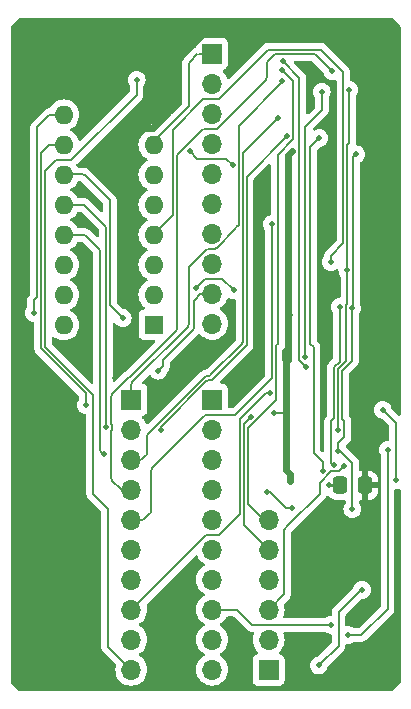
<source format=gbr>
%TF.GenerationSoftware,KiCad,Pcbnew,8.0.5*%
%TF.CreationDate,2024-11-12T16:02:29-04:00*%
%TF.ProjectId,RAMAUXB_V2_Github,52414d41-5558-4425-9f56-325f47697468,rev?*%
%TF.SameCoordinates,Original*%
%TF.FileFunction,Copper,L2,Bot*%
%TF.FilePolarity,Positive*%
%FSLAX46Y46*%
G04 Gerber Fmt 4.6, Leading zero omitted, Abs format (unit mm)*
G04 Created by KiCad (PCBNEW 8.0.5) date 2024-11-12 16:02:29*
%MOMM*%
%LPD*%
G01*
G04 APERTURE LIST*
G04 Aperture macros list*
%AMRoundRect*
0 Rectangle with rounded corners*
0 $1 Rounding radius*
0 $2 $3 $4 $5 $6 $7 $8 $9 X,Y pos of 4 corners*
0 Add a 4 corners polygon primitive as box body*
4,1,4,$2,$3,$4,$5,$6,$7,$8,$9,$2,$3,0*
0 Add four circle primitives for the rounded corners*
1,1,$1+$1,$2,$3*
1,1,$1+$1,$4,$5*
1,1,$1+$1,$6,$7*
1,1,$1+$1,$8,$9*
0 Add four rect primitives between the rounded corners*
20,1,$1+$1,$2,$3,$4,$5,0*
20,1,$1+$1,$4,$5,$6,$7,0*
20,1,$1+$1,$6,$7,$8,$9,0*
20,1,$1+$1,$8,$9,$2,$3,0*%
G04 Aperture macros list end*
%TA.AperFunction,ComponentPad*%
%ADD10R,1.600000X1.600000*%
%TD*%
%TA.AperFunction,ComponentPad*%
%ADD11O,1.600000X1.600000*%
%TD*%
%TA.AperFunction,ComponentPad*%
%ADD12R,1.700000X1.700000*%
%TD*%
%TA.AperFunction,ComponentPad*%
%ADD13O,1.700000X1.700000*%
%TD*%
%TA.AperFunction,SMDPad,CuDef*%
%ADD14RoundRect,0.250000X-0.337500X-0.475000X0.337500X-0.475000X0.337500X0.475000X-0.337500X0.475000X0*%
%TD*%
%TA.AperFunction,ViaPad*%
%ADD15C,0.500000*%
%TD*%
%TA.AperFunction,Conductor*%
%ADD16C,0.600000*%
%TD*%
%TA.AperFunction,Conductor*%
%ADD17C,0.150000*%
%TD*%
%TA.AperFunction,Conductor*%
%ADD18C,0.250000*%
%TD*%
%TA.AperFunction,Conductor*%
%ADD19C,0.200000*%
%TD*%
G04 APERTURE END LIST*
D10*
%TO.P,J2,1*%
%TO.N,DMA*%
X89615000Y-114515000D03*
D11*
%TO.P,J2,2*%
%TO.N,VID\u005C~{u}*%
X89615000Y-111975000D03*
%TO.P,J2,3*%
%TO.N,VA0*%
X89615000Y-109435000D03*
%TO.P,J2,4*%
%TO.N,VA8*%
X89615000Y-106895000D03*
%TO.P,J2,5*%
%TO.N,A1*%
X89615000Y-104355000D03*
%TO.P,J2,6*%
%TO.N,A9*%
X89615000Y-101815000D03*
%TO.P,J2,7*%
%TO.N,RA0*%
X89615000Y-99275000D03*
%TO.P,J2,8*%
%TO.N,GND*%
X89615000Y-96735000D03*
%TO.P,J2,9*%
%TO.N,RA1*%
X81995000Y-96735000D03*
%TO.P,J2,10*%
%TO.N,A10*%
X81995000Y-99275000D03*
%TO.P,J2,11*%
%TO.N,A2*%
X81995000Y-101815000D03*
%TO.P,J2,12*%
%TO.N,VA9*%
X81995000Y-104355000D03*
%TO.P,J2,13*%
%TO.N,VA1*%
X81995000Y-106895000D03*
%TO.P,J2,14*%
%TO.N,C2M*%
X81995000Y-109435000D03*
%TO.P,J2,15*%
%TO.N,unconnected-(J2-Pad15)*%
X81995000Y-111975000D03*
%TO.P,J2,16*%
%TO.N,VCC*%
X81995000Y-114530000D03*
%TD*%
D12*
%TO.P,J4,1,Pin_1*%
%TO.N,~{MCAS1}*%
X99325000Y-143725000D03*
D13*
%TO.P,J4,2,Pin_2*%
%TO.N,~{MCAS0}*%
X99325000Y-141185000D03*
%TO.P,J4,3,Pin_3*%
%TO.N,VID\u005C~{u}*%
X99325000Y-138645000D03*
%TO.P,J4,4,Pin_4*%
%TO.N,MC2M*%
X99325000Y-136105000D03*
%TO.P,J4,5,Pin_5*%
%TO.N,MRA9F*%
X99325000Y-133565000D03*
%TO.P,J4,6,Pin_6*%
%TO.N,MSRA8F*%
X99325000Y-131025000D03*
%TD*%
D14*
%TO.P,C3,1*%
%TO.N,VCC*%
X105402500Y-128110000D03*
%TO.P,C3,2*%
%TO.N,GND*%
X107477500Y-128110000D03*
%TD*%
D12*
%TO.P,J6,1,Pin_1*%
%TO.N,RA5*%
X94550000Y-120850000D03*
D13*
%TO.P,J6,2,Pin_2*%
%TO.N,RA5F*%
X94550000Y-123390000D03*
%TO.P,J6,3,Pin_3*%
%TO.N,RA7*%
X94550000Y-125930000D03*
%TO.P,J6,4,Pin_4*%
%TO.N,RA7F*%
X94550000Y-128470000D03*
%TO.P,J6,5,Pin_5*%
%TO.N,RA6*%
X94550000Y-131010000D03*
%TO.P,J6,6,Pin_6*%
%TO.N,RA6F*%
X94550000Y-133550000D03*
%TO.P,J6,7,Pin_7*%
%TO.N,~{CAS0F}*%
X94550000Y-136090000D03*
%TO.P,J6,8,Pin_8*%
%TO.N,~{CAS0}*%
X94550000Y-138630000D03*
%TO.P,J6,9,Pin_9*%
%TO.N,~{CAS1F}*%
X94550000Y-141170000D03*
%TO.P,J6,10,Pin_10*%
%TO.N,~{CAS1}*%
X94550000Y-143710000D03*
%TD*%
D12*
%TO.P,J3,1,Pin_1*%
%TO.N,~{SNDPG2}*%
X87700000Y-120855000D03*
D13*
%TO.P,J3,2,Pin_2*%
%TO.N,~{DMA}*%
X87700000Y-123395000D03*
%TO.P,J3,3,Pin_3*%
%TO.N,VA6*%
X87700000Y-125935000D03*
%TO.P,J3,4,Pin_4*%
%TO.N,VA13*%
X87700000Y-128475000D03*
%TO.P,J3,5,Pin_5*%
%TO.N,A18*%
X87700000Y-131015000D03*
%TO.P,J3,6,Pin_6*%
%TO.N,VA5*%
X87700000Y-133555000D03*
%TO.P,J3,7,Pin_7*%
%TO.N,A17*%
X87700000Y-136095000D03*
%TO.P,J3,8,Pin_8*%
%TO.N,A20*%
X87700000Y-138635000D03*
%TO.P,J3,9,Pin_9*%
%TO.N,A19*%
X87700000Y-141175000D03*
%TO.P,J3,10,Pin_10*%
%TO.N,RA8*%
X87700000Y-143715000D03*
%TD*%
D12*
%TO.P,J5,1,Pin_1*%
%TO.N,RA0*%
X94550000Y-91550000D03*
D13*
%TO.P,J5,2,Pin_2*%
%TO.N,MSRA0F*%
X94550000Y-94090000D03*
%TO.P,J5,3,Pin_3*%
%TO.N,RA4F*%
X94550000Y-96630000D03*
%TO.P,J5,4,Pin_4*%
%TO.N,RA4*%
X94550000Y-99170000D03*
%TO.P,J5,5,Pin_5*%
%TO.N,RA2*%
X94550000Y-101710000D03*
%TO.P,J5,6,Pin_6*%
%TO.N,RA2F*%
X94550000Y-104250000D03*
%TO.P,J5,7,Pin_7*%
%TO.N,RA3*%
X94550000Y-106790000D03*
%TO.P,J5,8,Pin_8*%
%TO.N,RA3F*%
X94550000Y-109330000D03*
%TO.P,J5,9,Pin_9*%
%TO.N,MSRA1F*%
X94550000Y-111870000D03*
%TO.P,J5,10,Pin_10*%
%TO.N,RA1*%
X94550000Y-114410000D03*
%TD*%
D15*
%TO.N,GND*%
X84290000Y-139920000D03*
X84150000Y-111480000D03*
X77930000Y-126196250D03*
X98400000Y-112300000D03*
X109200000Y-101370000D03*
X107660000Y-89100000D03*
X84850000Y-99870000D03*
X92390000Y-119040000D03*
X107900000Y-117470000D03*
X105930000Y-89990000D03*
X77930000Y-113793750D03*
X89490000Y-120750000D03*
X108940000Y-118830000D03*
X77930000Y-132397500D03*
X84290000Y-135010000D03*
X109780000Y-90470000D03*
X77930000Y-138598750D03*
X77930000Y-101391250D03*
X83720000Y-103330000D03*
X83800000Y-97810000D03*
X77930000Y-144772500D03*
X86340000Y-119050000D03*
X85620000Y-95860000D03*
X96620000Y-119100000D03*
X104790000Y-103280000D03*
X84140000Y-106030000D03*
X98780000Y-104350000D03*
X77930000Y-107592500D03*
X109100000Y-115629814D03*
X84140000Y-108340000D03*
X84290000Y-130100000D03*
X98450000Y-114890000D03*
X98770000Y-102300000D03*
X77930000Y-95190000D03*
X109180000Y-104780000D03*
%TO.N,RA1*%
X79470000Y-113500000D03*
%TO.N,MSRA8F*%
X100490000Y-92970000D03*
%TO.N,MRA0*%
X92668900Y-99838100D03*
X96295000Y-101000000D03*
%TO.N,VA5*%
X103930168Y-126876110D03*
X103630000Y-98710000D03*
%TO.N,DMA*%
X104840000Y-126405000D03*
X105335000Y-112985000D03*
%TO.N,A18*%
X99595000Y-106000000D03*
%TO.N,VA8*%
X104592911Y-109207089D03*
%TO.N,MRA1*%
X103830000Y-94780000D03*
X102425000Y-117232337D03*
%TO.N,VCC*%
X100740000Y-117410000D03*
X101150000Y-127740000D03*
X99780000Y-121970000D03*
X104430000Y-128070000D03*
X101300000Y-99800000D03*
X100740000Y-116710000D03*
X101118075Y-113650789D03*
%TO.N,~{CAS0}*%
X104580000Y-139910000D03*
%TO.N,VID\u005C~{u}*%
X105735000Y-126455000D03*
X96400000Y-111600000D03*
X93146500Y-111413400D03*
%TO.N,C2M*%
X106730000Y-100090000D03*
X105200000Y-125160000D03*
X106420000Y-130120000D03*
X106387089Y-113072911D03*
%TO.N,VA13*%
X104715000Y-93047600D03*
%TO.N,~{DMA}*%
X100885500Y-98551700D03*
X90197000Y-123390000D03*
%TO.N,MSRA1F*%
X90000000Y-118400000D03*
%TO.N,Net-(U1-Zd)*%
X100510000Y-92190000D03*
X102455000Y-118070000D03*
%TO.N,~{SNDPG2}*%
X100480000Y-93850000D03*
%TO.N,VA6*%
X100090600Y-96995600D03*
%TO.N,A10*%
X83860000Y-121330000D03*
%TO.N,A19*%
X110100000Y-127660000D03*
X108977577Y-121697577D03*
%TO.N,A2*%
X86970000Y-113950000D03*
%TO.N,A20*%
X99480000Y-120250000D03*
%TO.N,VA1*%
X85349400Y-125495200D03*
%TO.N,VA9*%
X85551800Y-123178800D03*
%TO.N,MRA9F*%
X97800000Y-122340000D03*
%TO.N,PULLUP*%
X105200000Y-123400000D03*
X106165000Y-94610000D03*
X106000000Y-109900000D03*
%TO.N,~{MCAS1}*%
X99214695Y-128645914D03*
X101310000Y-130010000D03*
X107240000Y-136960000D03*
X103560000Y-143360000D03*
%TO.N,~{MCAS0}*%
X106055000Y-140780000D03*
X109415000Y-125080000D03*
%TO.N,RA8*%
X88150000Y-93760000D03*
%TD*%
D16*
%TO.N,GND*%
X107660000Y-89100000D02*
X109480000Y-89100000D01*
X109210000Y-101360000D02*
X109200000Y-101370000D01*
X89615000Y-96735000D02*
X90305000Y-96735000D01*
X109210000Y-104810000D02*
X109180000Y-104780000D01*
X90305000Y-95885000D02*
X90305000Y-96735000D01*
X94500000Y-89100000D02*
X107660000Y-89100000D01*
X109470000Y-118830000D02*
X110080000Y-118220000D01*
X110080000Y-107810000D02*
X110080000Y-106002000D01*
X88440000Y-97220000D02*
X88440000Y-96280000D01*
X89615000Y-96735000D02*
X89630000Y-96750000D01*
X88915000Y-96490000D02*
X89615000Y-95790000D01*
X89615000Y-96735000D02*
X89620000Y-96740000D01*
X110080000Y-102995000D02*
X110080000Y-106002000D01*
X110080000Y-118220000D02*
X110080000Y-116695000D01*
X109490000Y-89090000D02*
X110006777Y-89606777D01*
X109100000Y-115629814D02*
X109141786Y-115671600D01*
X90395000Y-95885000D02*
X90305000Y-95885000D01*
X89630000Y-96750000D02*
X89160000Y-97220000D01*
X89520000Y-97830000D02*
X90930000Y-96420000D01*
X88915000Y-96735000D02*
X88915000Y-96490000D01*
X110080000Y-101360000D02*
X110080000Y-102995000D01*
X110080000Y-104810000D02*
X109210000Y-104810000D01*
X89615000Y-95790000D02*
X89615000Y-93985000D01*
X109141786Y-115671600D02*
X109896644Y-115671600D01*
X89160000Y-97220000D02*
X88440000Y-97220000D01*
X108940000Y-118830000D02*
X109470000Y-118830000D01*
X109480000Y-89100000D02*
X109490000Y-89090000D01*
X89615000Y-95100000D02*
X89615000Y-95105000D01*
X110080000Y-116695000D02*
X110070000Y-116685000D01*
X89050000Y-97830000D02*
X89520000Y-97830000D01*
X88440000Y-97220000D02*
X89050000Y-97830000D01*
X89615000Y-95105000D02*
X89615000Y-95790000D01*
X110080000Y-116695000D02*
X110080000Y-114132000D01*
X90305000Y-96480000D02*
X89615000Y-95790000D01*
X90930000Y-96420000D02*
X90395000Y-95885000D01*
X110080000Y-89783553D02*
X110080000Y-101360000D01*
X110070000Y-116685000D02*
X110070000Y-107820000D01*
X89615000Y-96735000D02*
X88915000Y-96735000D01*
X88440000Y-96280000D02*
X89615000Y-95105000D01*
X89615000Y-95105000D02*
X90395000Y-95885000D01*
X89615000Y-93985000D02*
X94500000Y-89100000D01*
X110080000Y-101360000D02*
X109210000Y-101360000D01*
X89615000Y-96735000D02*
X89615000Y-95790000D01*
X90305000Y-96735000D02*
X90305000Y-96480000D01*
X110006777Y-89606777D02*
G75*
G02*
X110080033Y-89783553I-176777J-176823D01*
G01*
D17*
%TO.N,RA0*%
X92590000Y-96010000D02*
X89615000Y-98985000D01*
X92590000Y-92443553D02*
X92590000Y-96010000D01*
X89615000Y-98985000D02*
X89615000Y-99275000D01*
X94550000Y-91550000D02*
X93483553Y-91550000D01*
X93306776Y-91623224D02*
X92663223Y-92266777D01*
X93483553Y-91550000D02*
G75*
G03*
X93306799Y-91623247I47J-250000D01*
G01*
X92663223Y-92266777D02*
G75*
G03*
X92589967Y-92443553I176777J-176823D01*
G01*
%TO.N,RA1*%
X79470000Y-113500000D02*
X79470000Y-112420000D01*
X79720000Y-97790000D02*
X80760000Y-96750000D01*
X79720000Y-112170000D02*
X79720000Y-97790000D01*
X94550000Y-115250000D02*
X94550000Y-114410000D01*
X80760000Y-96750000D02*
X82000000Y-96750000D01*
X79470000Y-112420000D02*
X79720000Y-112170000D01*
%TO.N,MSRA8F*%
X100100000Y-116150000D02*
X99990000Y-116260000D01*
X97560000Y-123294178D02*
X97560000Y-129670000D01*
X100490000Y-92970000D02*
X101426655Y-93906655D01*
X100100000Y-100146828D02*
X100100000Y-116150000D01*
X99990000Y-116260000D02*
X99990000Y-120864178D01*
X101426655Y-98820173D02*
X100100000Y-100146828D01*
X99990000Y-120864178D02*
X97560000Y-123294178D01*
X98915000Y-131025000D02*
X99325000Y-131025000D01*
X101426655Y-93906655D02*
X101426655Y-98820173D01*
X97560000Y-129670000D02*
X98915000Y-131025000D01*
%TO.N,MRA0*%
X93290800Y-100460000D02*
X92668900Y-99838100D01*
X96295000Y-101000000D02*
X95755000Y-100460000D01*
X95755000Y-100460000D02*
X93290800Y-100460000D01*
%TO.N,VA5*%
X103930168Y-126150168D02*
X103140000Y-125360000D01*
X103140000Y-125360000D02*
X103140000Y-116397022D01*
X103140000Y-116397022D02*
X102850000Y-116107022D01*
X102850000Y-116107022D02*
X102850000Y-99490000D01*
X103930168Y-126876110D02*
X103930168Y-126150168D01*
X102850000Y-99490000D02*
X103630000Y-98710000D01*
%TO.N,DMA*%
X104630000Y-122680000D02*
X104870000Y-122440000D01*
X104870000Y-118090000D02*
X105335000Y-117625000D01*
X105335000Y-117625000D02*
X105335000Y-112985000D01*
X104840000Y-126405000D02*
X104630000Y-126195000D01*
X104870000Y-122440000D02*
X104870000Y-118090000D01*
X104630000Y-126195000D02*
X104630000Y-122680000D01*
X105335000Y-112985000D02*
X105195400Y-112985000D01*
%TO.N,A18*%
X96488310Y-122141690D02*
X94024163Y-122141690D01*
X96563223Y-122066777D02*
X96488310Y-122141690D01*
X88631447Y-131015000D02*
X87700000Y-131015000D01*
X99595000Y-106000000D02*
X99600000Y-106005000D01*
X89400000Y-126813553D02*
X89400000Y-130246447D01*
X99600000Y-119030000D02*
X96563223Y-122066777D01*
X99600000Y-106005000D02*
X99600000Y-119030000D01*
X93896776Y-122213224D02*
X89473223Y-126636777D01*
X89326776Y-130423224D02*
X88808223Y-130941777D01*
X89400000Y-130246447D02*
G75*
G02*
X89326753Y-130423201I-250000J47D01*
G01*
X88808223Y-130941777D02*
G75*
G02*
X88631447Y-131015033I-176823J176777D01*
G01*
X89473223Y-126636777D02*
G75*
G03*
X89399967Y-126813553I176777J-176823D01*
G01*
X94024163Y-122141690D02*
G75*
G03*
X93896777Y-122213225I75037J-282810D01*
G01*
%TO.N,VA8*%
X104600000Y-108670000D02*
X105660000Y-107610000D01*
X93822907Y-95399507D02*
X93786776Y-95433224D01*
X91149976Y-105310024D02*
X89550000Y-106910000D01*
X105660000Y-107610000D02*
X105660000Y-93123553D01*
X91221510Y-105182637D02*
X91183693Y-105273893D01*
X105660000Y-93123553D02*
X103770837Y-91234390D01*
X104592911Y-109207089D02*
X104600000Y-109200000D01*
X93914163Y-95361690D02*
X93822907Y-95399507D01*
X99286457Y-91234390D02*
X95160847Y-95360000D01*
X93963553Y-95360000D02*
X93914163Y-95361690D01*
X95160847Y-95360000D02*
X93963553Y-95360000D01*
X91183693Y-105273893D02*
X91149976Y-105310024D01*
X93786776Y-95433224D02*
X91223200Y-97996800D01*
X103770837Y-91234390D02*
X99286457Y-91234390D01*
X104600000Y-109200000D02*
X104600000Y-108670000D01*
X91223200Y-105133247D02*
X91221510Y-105182637D01*
X91223200Y-97996800D02*
X91223200Y-105133247D01*
%TO.N,MRA1*%
X102390000Y-97770000D02*
X102390000Y-116850000D01*
X102390000Y-116850000D02*
X102425000Y-116885000D01*
X103840000Y-94790000D02*
X103840000Y-96320000D01*
X103830000Y-94780000D02*
X103840000Y-94790000D01*
X103840000Y-96320000D02*
X102390000Y-97770000D01*
X102425000Y-116885000D02*
X102425000Y-117232337D01*
D16*
%TO.N,VCC*%
X101150000Y-127740000D02*
X101150000Y-127160000D01*
D18*
X104430000Y-128070000D02*
X105162500Y-128070000D01*
D19*
X99800000Y-121990000D02*
X100830000Y-121990000D01*
D16*
X100830000Y-117100000D02*
X100880000Y-117050000D01*
X100830000Y-126840000D02*
X100830000Y-121990000D01*
X101000000Y-100100000D02*
X101000000Y-113532714D01*
X100870000Y-117410000D02*
X100740000Y-117280000D01*
X101150000Y-127160000D02*
X100830000Y-126840000D01*
D19*
X99780000Y-121970000D02*
X99800000Y-121990000D01*
D16*
X100830000Y-121990000D02*
X100830000Y-117330000D01*
X101300000Y-99800000D02*
X101000000Y-100100000D01*
X100740000Y-117280000D02*
X100740000Y-116710000D01*
D18*
X105162500Y-128070000D02*
X105402500Y-128310000D01*
D16*
X100998075Y-113620789D02*
X100998075Y-117498075D01*
X100740000Y-117410000D02*
X100740000Y-116710000D01*
D17*
%TO.N,~{CAS0}*%
X104580000Y-139910000D02*
X97920000Y-139910000D01*
X97920000Y-139910000D02*
X96640000Y-138630000D01*
X96640000Y-138630000D02*
X94550000Y-138630000D01*
%TO.N,VID\u005C~{u}*%
X105280000Y-126910000D02*
X104650000Y-126910000D01*
X103680000Y-128830000D02*
X101003310Y-131506690D01*
X100640000Y-131860000D02*
X100640000Y-137330000D01*
X101003310Y-131506690D02*
X100993310Y-131506690D01*
X103680000Y-127880000D02*
X103680000Y-128830000D01*
X105735000Y-126455000D02*
X105280000Y-126910000D01*
X93959900Y-110600000D02*
X93146500Y-111413400D01*
X104650000Y-126910000D02*
X103680000Y-127880000D01*
X100993310Y-131506690D02*
X100640000Y-131860000D01*
X95400000Y-110600000D02*
X93959900Y-110600000D01*
X100640000Y-137330000D02*
X99325000Y-138645000D01*
X96400000Y-111600000D02*
X95400000Y-110600000D01*
%TO.N,C2M*%
X106387089Y-113072911D02*
X106387089Y-112937460D01*
X105530000Y-118430000D02*
X106387089Y-117572911D01*
X105200000Y-124560000D02*
X105750000Y-124010000D01*
X105200000Y-125160000D02*
X105364178Y-125160000D01*
X106505000Y-100315000D02*
X106505000Y-112955000D01*
X105750000Y-124010000D02*
X105750000Y-122690000D01*
X105200000Y-125160000D02*
X105200000Y-124560000D01*
X105364178Y-125160000D02*
X106420000Y-126215822D01*
X106505000Y-112955000D02*
X106387089Y-113072911D01*
X105530000Y-122470000D02*
X105530000Y-118430000D01*
X105750000Y-122690000D02*
X105530000Y-122470000D01*
X106420000Y-126215822D02*
X106420000Y-130120000D01*
X106730000Y-100090000D02*
X106505000Y-100315000D01*
X106387089Y-117572911D02*
X106387089Y-113072911D01*
%TO.N,VA13*%
X93747576Y-97973224D02*
X91626423Y-100094377D01*
X99092676Y-93797324D02*
X94990000Y-97900000D01*
X86093224Y-127703224D02*
X86791777Y-128401777D01*
X99165900Y-92397653D02*
X99165900Y-93544047D01*
X99815876Y-91644124D02*
X99239123Y-92220877D01*
X103134747Y-91570900D02*
X99992653Y-91570900D01*
X86968553Y-128475000D02*
X87700000Y-128475000D01*
X87518900Y-118940400D02*
X86093223Y-120366077D01*
X86056800Y-122969622D02*
X86056800Y-123387978D01*
X99092676Y-93720824D02*
X99092676Y-93797324D01*
X86056800Y-123387978D02*
X86020000Y-123424778D01*
X86020000Y-120542853D02*
X86020000Y-122932822D01*
X86020000Y-122932822D02*
X86056800Y-122969622D01*
X86020000Y-123424778D02*
X86020000Y-127526447D01*
X104715000Y-93047600D02*
X103311523Y-91644123D01*
X91553200Y-100271153D02*
X91553200Y-114888147D01*
X94990000Y-97900000D02*
X93924353Y-97900000D01*
X91479976Y-115064924D02*
X87604500Y-118940400D01*
X86791777Y-128401777D02*
G75*
G03*
X86968553Y-128475033I176823J176777D01*
G01*
X91626423Y-100094377D02*
G75*
G03*
X91553167Y-100271153I176777J-176823D01*
G01*
X91553200Y-114888147D02*
G75*
G02*
X91479953Y-115064901I-250000J47D01*
G01*
X99992653Y-91570900D02*
G75*
G03*
X99815899Y-91644147I47J-250000D01*
G01*
X99165900Y-93544047D02*
G75*
G02*
X99092653Y-93720801I-250000J47D01*
G01*
X103311523Y-91644123D02*
G75*
G03*
X103134747Y-91570867I-176823J-176777D01*
G01*
X93924353Y-97900000D02*
G75*
G03*
X93747599Y-97973247I47J-250000D01*
G01*
X86093224Y-127703224D02*
G75*
G02*
X86019967Y-127526447I176776J176824D01*
G01*
X86093223Y-120366077D02*
G75*
G03*
X86019967Y-120542853I176777J-176823D01*
G01*
X99239123Y-92220877D02*
G75*
G03*
X99165867Y-92397653I176777J-176823D01*
G01*
%TO.N,~{DMA}*%
X94513890Y-119201310D02*
X97468800Y-116246400D01*
X90197000Y-123238953D02*
X90198690Y-123189563D01*
X97468800Y-101968400D02*
X100885500Y-98551700D01*
X90270224Y-123062176D02*
X94056177Y-119276223D01*
X94458037Y-119201310D02*
X94513890Y-119201310D01*
X97468800Y-116195846D02*
X97468800Y-101968400D01*
X94183557Y-119204657D02*
X94232953Y-119203000D01*
X94056177Y-119276223D02*
X94092290Y-119242478D01*
X90198690Y-123189563D02*
X90236507Y-123098307D01*
X94092290Y-119242478D02*
X94183557Y-119204657D01*
X90236507Y-123098307D02*
X90270224Y-123062176D01*
X94232953Y-119203000D02*
X94408647Y-119203000D01*
X94408647Y-119203000D02*
X94458037Y-119201310D01*
X90197000Y-123390000D02*
X90197000Y-123238953D01*
%TO.N,MSRA1F*%
X93000000Y-114798947D02*
X93000000Y-112563553D01*
X93693553Y-111870000D02*
X94550000Y-111870000D01*
X93073223Y-112386777D02*
X93516776Y-111943224D01*
X90400000Y-117502500D02*
X92926776Y-114975724D01*
X90000000Y-118400000D02*
X90400000Y-118000000D01*
X90400000Y-118000000D02*
X90400000Y-117502500D01*
X93000000Y-112563553D02*
G75*
G02*
X93073246Y-112386800I250000J-47D01*
G01*
X93516776Y-111943224D02*
G75*
G02*
X93693553Y-111869967I176824J-176776D01*
G01*
X92926776Y-114975724D02*
G75*
G03*
X93000033Y-114798947I-176776J176824D01*
G01*
%TO.N,Net-(U1-Zd)*%
X101920000Y-93600000D02*
X100510000Y-92190000D01*
X101920000Y-117535000D02*
X101920000Y-93600000D01*
X102455000Y-118070000D02*
X101920000Y-117535000D01*
%TO.N,~{SNDPG2}*%
X87700000Y-119544053D02*
X87700000Y-120855000D01*
X92547800Y-109812653D02*
X92547800Y-114489147D01*
X96800000Y-97649000D02*
X96800000Y-98214753D01*
X100480000Y-93850000D02*
X100480000Y-93969000D01*
X96495676Y-106432524D02*
X94941423Y-107986777D01*
X94764647Y-108060000D02*
X94300453Y-108060000D01*
X96800000Y-106024647D02*
X96568900Y-106255747D01*
X94123676Y-108133224D02*
X92621023Y-109635877D01*
X100480000Y-93969000D02*
X96800000Y-97649000D01*
X92474576Y-114665924D02*
X87773223Y-119367277D01*
X96800000Y-98214753D02*
X96800000Y-106024647D01*
X87773223Y-119367277D02*
G75*
G03*
X87699967Y-119544053I176777J-176823D01*
G01*
X94300453Y-108060000D02*
G75*
G03*
X94123699Y-108133247I47J-250000D01*
G01*
X92621023Y-109635877D02*
G75*
G03*
X92547767Y-109812653I176777J-176823D01*
G01*
X92547800Y-114489147D02*
G75*
G02*
X92474553Y-114665901I-250000J47D01*
G01*
X96568900Y-106255747D02*
G75*
G02*
X96495653Y-106432501I-250000J47D01*
G01*
X94941423Y-107986777D02*
G75*
G02*
X94764647Y-108060033I-176823J176777D01*
G01*
%TO.N,VA6*%
X93921286Y-118944424D02*
X89134923Y-123730787D01*
X88461447Y-125935000D02*
X87700000Y-125935000D01*
X88988476Y-125511524D02*
X88638223Y-125861777D01*
X97138800Y-100050953D02*
X97138800Y-115953947D01*
X89061700Y-123907563D02*
X89061700Y-125334747D01*
X100090600Y-96995600D02*
X97212023Y-99874177D01*
X97065576Y-116130724D02*
X94398323Y-118797977D01*
X94221547Y-118871200D02*
X94098063Y-118871200D01*
X94398323Y-118797977D02*
G75*
G02*
X94221547Y-118871233I-176823J176777D01*
G01*
X88988476Y-125511524D02*
G75*
G03*
X89061733Y-125334747I-176776J176824D01*
G01*
X93921286Y-118944424D02*
G75*
G02*
X94098063Y-118871174I176814J-176776D01*
G01*
X97138800Y-100050953D02*
G75*
G02*
X97212046Y-99874200I250000J-47D01*
G01*
X89134923Y-123730787D02*
G75*
G03*
X89061674Y-123907563I176777J-176813D01*
G01*
X97138800Y-115953947D02*
G75*
G02*
X97065553Y-116130701I-250000J47D01*
G01*
X88461447Y-125935000D02*
G75*
G03*
X88638200Y-125861754I-47J250000D01*
G01*
%TO.N,A10*%
X83860000Y-121330000D02*
X83860000Y-120330000D01*
X80050000Y-99982368D02*
X80702890Y-99329478D01*
X83860000Y-120330000D02*
X80050000Y-116520000D01*
X80050000Y-116520000D02*
X80050000Y-99982368D01*
X80843553Y-99290000D02*
X82000000Y-99290000D01*
X80702890Y-99329478D02*
G75*
G02*
X80843553Y-99289978I147210J-254022D01*
G01*
%TO.N,A19*%
X110100000Y-127660000D02*
X110100000Y-122820000D01*
X110100000Y-122820000D02*
X108977577Y-121697577D01*
%TO.N,A2*%
X86970000Y-113950000D02*
X85900000Y-112880000D01*
X85900000Y-103980000D02*
X83773224Y-101853224D01*
X85900000Y-112880000D02*
X85900000Y-103980000D01*
X83596447Y-101780000D02*
X82050000Y-101780000D01*
X83773224Y-101853224D02*
G75*
G03*
X83596447Y-101779967I-176824J-176776D01*
G01*
%TO.N,A20*%
X99480000Y-120250000D02*
X99100000Y-120250000D01*
X99480000Y-120250000D02*
X99390000Y-120250000D01*
X99100000Y-120250000D02*
X96900000Y-122450000D01*
X94036777Y-132313223D02*
X93050000Y-133300000D01*
X87715000Y-138635000D02*
X87700000Y-138635000D01*
X93050000Y-133300000D02*
X87715000Y-138635000D01*
X96900000Y-130500000D02*
X95086777Y-132313223D01*
X95086777Y-132313223D02*
X94036777Y-132313223D01*
X96900000Y-122450000D02*
X96900000Y-129482775D01*
X96900000Y-129400000D02*
X96900000Y-130500000D01*
%TO.N,VA1*%
X85046800Y-122969622D02*
X85046800Y-125089047D01*
X82000000Y-106910000D02*
X83676447Y-106910000D01*
X83853224Y-106983224D02*
X84986777Y-108116777D01*
X85120024Y-125265824D02*
X85349400Y-125495200D01*
X85060000Y-108293553D02*
X85060000Y-122956422D01*
X85060000Y-122956422D02*
X85046800Y-122969622D01*
X85046800Y-125089047D02*
G75*
G03*
X85120047Y-125265801I250000J47D01*
G01*
X84986777Y-108116777D02*
G75*
G02*
X85060033Y-108293553I-176777J-176823D01*
G01*
X83676447Y-106910000D02*
G75*
G02*
X83853201Y-106983247I-47J-250000D01*
G01*
%TO.N,VA9*%
X83803224Y-104433224D02*
X85478577Y-106108577D01*
X85551800Y-106285353D02*
X85551800Y-123178800D01*
X82010000Y-104360000D02*
X83626447Y-104360000D01*
X83803224Y-104433224D02*
G75*
G03*
X83626447Y-104359967I-176824J-176776D01*
G01*
X85478577Y-106108577D02*
G75*
G02*
X85551833Y-106285353I-176777J-176823D01*
G01*
%TO.N,MRA9F*%
X97230000Y-131470000D02*
X99325000Y-133565000D01*
X97230000Y-122910000D02*
X97230000Y-131470000D01*
X97800000Y-122340000D02*
X97230000Y-122910000D01*
%TO.N,PULLUP*%
X106000000Y-109860674D02*
X106017904Y-109842770D01*
X105882089Y-117611221D02*
X105200000Y-118293310D01*
X106000000Y-109900000D02*
X106000000Y-109860674D01*
X105200000Y-123300000D02*
X105100000Y-123400000D01*
X105882089Y-112863733D02*
X105882089Y-117611221D01*
X106000000Y-109900000D02*
X106000000Y-112745822D01*
X106000000Y-99290822D02*
X106000000Y-109900000D01*
X106150000Y-94625000D02*
X106150000Y-99140822D01*
X105200000Y-118293310D02*
X105200000Y-123300000D01*
X106150000Y-99140822D02*
X106000000Y-99290822D01*
X106165000Y-94610000D02*
X106150000Y-94625000D01*
X106000000Y-112745822D02*
X105882089Y-112863733D01*
%TO.N,~{MCAS1}*%
X105250000Y-138870000D02*
X107160000Y-136960000D01*
X100810000Y-130010000D02*
X101310000Y-130010000D01*
X107160000Y-136960000D02*
X107240000Y-136960000D01*
X103560000Y-143360000D02*
X105250000Y-141670000D01*
X105250000Y-141670000D02*
X105250000Y-138870000D01*
X99214695Y-128645914D02*
X99445914Y-128645914D01*
X99445914Y-128645914D02*
X100810000Y-130010000D01*
%TO.N,~{MCAS0}*%
X109400000Y-127790000D02*
X109415000Y-127775000D01*
X106055000Y-140780000D02*
X107190000Y-140780000D01*
X107190000Y-140780000D02*
X109400000Y-138570000D01*
X109415000Y-127775000D02*
X109415000Y-125080000D01*
X109400000Y-138570000D02*
X109400000Y-127790000D01*
%TO.N,RA8*%
X85750000Y-141765000D02*
X87700000Y-143715000D01*
X81310000Y-100550000D02*
X80380000Y-101480000D01*
X85750000Y-130080847D02*
X85750000Y-141765000D01*
X88150000Y-95027537D02*
X82627537Y-100550000D01*
X84480000Y-128810847D02*
X85750000Y-130080847D01*
X82627537Y-100550000D02*
X81310000Y-100550000D01*
X84480000Y-120483310D02*
X84480000Y-128810847D01*
X80380000Y-101480000D02*
X80380000Y-116383310D01*
X88150000Y-93760000D02*
X88150000Y-95027537D01*
X80380000Y-116383310D02*
X84480000Y-120483310D01*
%TD*%
%TA.AperFunction,Conductor*%
%TO.N,GND*%
G36*
X109808363Y-88550185D02*
G01*
X109829005Y-88566819D01*
X110463181Y-89200995D01*
X110496666Y-89262318D01*
X110499500Y-89288676D01*
X110499500Y-122106258D01*
X110479815Y-122173297D01*
X110427011Y-122219052D01*
X110357853Y-122228996D01*
X110294297Y-122199971D01*
X110287819Y-122193939D01*
X109756061Y-121662181D01*
X109722576Y-121600858D01*
X109720523Y-121588398D01*
X109713890Y-121529518D01*
X109658033Y-121369887D01*
X109658030Y-121369882D01*
X109658029Y-121369879D01*
X109568058Y-121226692D01*
X109568053Y-121226686D01*
X109448467Y-121107100D01*
X109448461Y-121107095D01*
X109305274Y-121017124D01*
X109305271Y-121017122D01*
X109145633Y-120961262D01*
X108977580Y-120942328D01*
X108977574Y-120942328D01*
X108809520Y-120961262D01*
X108649882Y-121017122D01*
X108649879Y-121017124D01*
X108506692Y-121107095D01*
X108506686Y-121107100D01*
X108387100Y-121226686D01*
X108387095Y-121226692D01*
X108297124Y-121369879D01*
X108297122Y-121369882D01*
X108241262Y-121529520D01*
X108222328Y-121697574D01*
X108222328Y-121697579D01*
X108241262Y-121865633D01*
X108297122Y-122025271D01*
X108297124Y-122025274D01*
X108387095Y-122168461D01*
X108387100Y-122168467D01*
X108506686Y-122288053D01*
X108506692Y-122288058D01*
X108649879Y-122378029D01*
X108649885Y-122378032D01*
X108649887Y-122378033D01*
X108809518Y-122433890D01*
X108868383Y-122440522D01*
X108932796Y-122467587D01*
X108942181Y-122476061D01*
X109488181Y-123022061D01*
X109521666Y-123083384D01*
X109524500Y-123109742D01*
X109524500Y-124201600D01*
X109504815Y-124268639D01*
X109452011Y-124314394D01*
X109414384Y-124324820D01*
X109246943Y-124343685D01*
X109087305Y-124399545D01*
X109087302Y-124399547D01*
X108944115Y-124489518D01*
X108944109Y-124489523D01*
X108824523Y-124609109D01*
X108824518Y-124609115D01*
X108734547Y-124752302D01*
X108734545Y-124752305D01*
X108678685Y-124911943D01*
X108659751Y-125079997D01*
X108659751Y-125080002D01*
X108678685Y-125248056D01*
X108734545Y-125407693D01*
X108820493Y-125544476D01*
X108839500Y-125610449D01*
X108839500Y-127641927D01*
X108835275Y-127674019D01*
X108824500Y-127714232D01*
X108824500Y-138280258D01*
X108804815Y-138347297D01*
X108788181Y-138367939D01*
X106987939Y-140168181D01*
X106926616Y-140201666D01*
X106900258Y-140204500D01*
X106585450Y-140204500D01*
X106519478Y-140185494D01*
X106382692Y-140099545D01*
X106382691Y-140099544D01*
X106382690Y-140099544D01*
X106344370Y-140086135D01*
X106223056Y-140043685D01*
X106055003Y-140024751D01*
X106054996Y-140024751D01*
X105963383Y-140035073D01*
X105894561Y-140023018D01*
X105843182Y-139975669D01*
X105825500Y-139911853D01*
X105825500Y-139159741D01*
X105845185Y-139092702D01*
X105861814Y-139072065D01*
X107185237Y-137748641D01*
X107246558Y-137715158D01*
X107259024Y-137713105D01*
X107327123Y-137705432D01*
X107408055Y-137696314D01*
X107408057Y-137696313D01*
X107408059Y-137696313D01*
X107567690Y-137640456D01*
X107567692Y-137640454D01*
X107567694Y-137640454D01*
X107567697Y-137640452D01*
X107710884Y-137550481D01*
X107710885Y-137550480D01*
X107710890Y-137550477D01*
X107830477Y-137430890D01*
X107830481Y-137430884D01*
X107920452Y-137287697D01*
X107920454Y-137287694D01*
X107920454Y-137287692D01*
X107920456Y-137287690D01*
X107976313Y-137128059D01*
X107976313Y-137128058D01*
X107976314Y-137128056D01*
X107995249Y-136960002D01*
X107995249Y-136959997D01*
X107976314Y-136791943D01*
X107920454Y-136632305D01*
X107920452Y-136632302D01*
X107830481Y-136489115D01*
X107830476Y-136489109D01*
X107710890Y-136369523D01*
X107710884Y-136369518D01*
X107567697Y-136279547D01*
X107567694Y-136279545D01*
X107408056Y-136223685D01*
X107240003Y-136204751D01*
X107239997Y-136204751D01*
X107071943Y-136223685D01*
X106912305Y-136279545D01*
X106912302Y-136279547D01*
X106769115Y-136369518D01*
X106769109Y-136369523D01*
X106649523Y-136489109D01*
X106649518Y-136489115D01*
X106559547Y-136632302D01*
X106559542Y-136632313D01*
X106507386Y-136781366D01*
X106478026Y-136828092D01*
X104896635Y-138409485D01*
X104789487Y-138516632D01*
X104789485Y-138516635D01*
X104713719Y-138647863D01*
X104674500Y-138794234D01*
X104674500Y-139033290D01*
X104654815Y-139100329D01*
X104602011Y-139146084D01*
X104564384Y-139156510D01*
X104411943Y-139173685D01*
X104252307Y-139229545D01*
X104115522Y-139315494D01*
X104049550Y-139334500D01*
X100688234Y-139334500D01*
X100621195Y-139314815D01*
X100575440Y-139262011D01*
X100565496Y-139192853D01*
X100575852Y-139158095D01*
X100598903Y-139108663D01*
X100660063Y-138880408D01*
X100680659Y-138645000D01*
X100660063Y-138409592D01*
X100618200Y-138253355D01*
X100619863Y-138183509D01*
X100650292Y-138133586D01*
X101100515Y-137683365D01*
X101176281Y-137552135D01*
X101215500Y-137405766D01*
X101215500Y-137254233D01*
X101215500Y-132149742D01*
X101235185Y-132082703D01*
X101251815Y-132062064D01*
X101321474Y-131992404D01*
X101347152Y-131972702D01*
X101356675Y-131967205D01*
X104140514Y-129183366D01*
X104141191Y-129182195D01*
X104144009Y-129177315D01*
X104151574Y-129164211D01*
X104216281Y-129052135D01*
X104219127Y-129041512D01*
X104255490Y-128981852D01*
X104318337Y-128951321D01*
X104387713Y-128959615D01*
X104441591Y-129004099D01*
X104444441Y-129008508D01*
X104471349Y-129052135D01*
X104472288Y-129053656D01*
X104596344Y-129177712D01*
X104745666Y-129269814D01*
X104912203Y-129324999D01*
X105014991Y-129335500D01*
X105720500Y-129335499D01*
X105787539Y-129355183D01*
X105833294Y-129407987D01*
X105844500Y-129459499D01*
X105844500Y-129589550D01*
X105825494Y-129655522D01*
X105739545Y-129792307D01*
X105683685Y-129951943D01*
X105664751Y-130119997D01*
X105664751Y-130120002D01*
X105683685Y-130288056D01*
X105739545Y-130447694D01*
X105739547Y-130447697D01*
X105829518Y-130590884D01*
X105829523Y-130590890D01*
X105949109Y-130710476D01*
X105949115Y-130710481D01*
X106092302Y-130800452D01*
X106092305Y-130800454D01*
X106092309Y-130800455D01*
X106092310Y-130800456D01*
X106164913Y-130825860D01*
X106251943Y-130856314D01*
X106419997Y-130875249D01*
X106420000Y-130875249D01*
X106420003Y-130875249D01*
X106588056Y-130856314D01*
X106588059Y-130856313D01*
X106747690Y-130800456D01*
X106747692Y-130800454D01*
X106747694Y-130800454D01*
X106747697Y-130800452D01*
X106890884Y-130710481D01*
X106890885Y-130710480D01*
X106890890Y-130710477D01*
X107010477Y-130590890D01*
X107027743Y-130563412D01*
X107100452Y-130447697D01*
X107100454Y-130447694D01*
X107100454Y-130447692D01*
X107100456Y-130447690D01*
X107156313Y-130288059D01*
X107156313Y-130288058D01*
X107156314Y-130288056D01*
X107175249Y-130120002D01*
X107175249Y-130119997D01*
X107156314Y-129951943D01*
X107123691Y-129858712D01*
X107100456Y-129792310D01*
X107031338Y-129682310D01*
X107014506Y-129655522D01*
X106995500Y-129589550D01*
X106995500Y-129458999D01*
X107015185Y-129391960D01*
X107067989Y-129346205D01*
X107119500Y-129334999D01*
X107227499Y-129334999D01*
X107727500Y-129334999D01*
X107864972Y-129334999D01*
X107864986Y-129334998D01*
X107967697Y-129324505D01*
X108134119Y-129269358D01*
X108134124Y-129269356D01*
X108283345Y-129177315D01*
X108407315Y-129053345D01*
X108499356Y-128904124D01*
X108499358Y-128904119D01*
X108554505Y-128737697D01*
X108554506Y-128737690D01*
X108564999Y-128634986D01*
X108565000Y-128634973D01*
X108565000Y-128360000D01*
X107727500Y-128360000D01*
X107727500Y-129334999D01*
X107227499Y-129334999D01*
X107227500Y-129334998D01*
X107227500Y-127860000D01*
X107727500Y-127860000D01*
X108564999Y-127860000D01*
X108564999Y-127585028D01*
X108564998Y-127585013D01*
X108554505Y-127482302D01*
X108499358Y-127315880D01*
X108499356Y-127315875D01*
X108407315Y-127166654D01*
X108283345Y-127042684D01*
X108134124Y-126950643D01*
X108134119Y-126950641D01*
X107967697Y-126895494D01*
X107967690Y-126895493D01*
X107864986Y-126885000D01*
X107727500Y-126885000D01*
X107727500Y-127860000D01*
X107227500Y-127860000D01*
X107227500Y-126885000D01*
X107119500Y-126885000D01*
X107052461Y-126865315D01*
X107006706Y-126812511D01*
X106995500Y-126761000D01*
X106995500Y-126140058D01*
X106995500Y-126140056D01*
X106956281Y-125993687D01*
X106880515Y-125862457D01*
X106773365Y-125755307D01*
X105916664Y-124898606D01*
X105887302Y-124851876D01*
X105880457Y-124832313D01*
X105880456Y-124832310D01*
X105879475Y-124830749D01*
X105879149Y-124829597D01*
X105877438Y-124826044D01*
X105878060Y-124825744D01*
X105860472Y-124763516D01*
X105880836Y-124696680D01*
X105896775Y-124677103D01*
X106210514Y-124363366D01*
X106223109Y-124341552D01*
X106286281Y-124232135D01*
X106302357Y-124172139D01*
X106325500Y-124085767D01*
X106325500Y-123934234D01*
X106325500Y-122614234D01*
X106286281Y-122467865D01*
X106286120Y-122467587D01*
X106266665Y-122433889D01*
X106210515Y-122336635D01*
X106141819Y-122267939D01*
X106108334Y-122206616D01*
X106105500Y-122180258D01*
X106105500Y-118719742D01*
X106125185Y-118652703D01*
X106141819Y-118632061D01*
X106481031Y-118292849D01*
X106847604Y-117926276D01*
X106923370Y-117795046D01*
X106962589Y-117648677D01*
X106962589Y-117497144D01*
X106962589Y-113603360D01*
X106981596Y-113537387D01*
X106986267Y-113529954D01*
X107067545Y-113400601D01*
X107123402Y-113240970D01*
X107123402Y-113240969D01*
X107123403Y-113240967D01*
X107142338Y-113072913D01*
X107142338Y-113072908D01*
X107123403Y-112904856D01*
X107123402Y-112904852D01*
X107087458Y-112802128D01*
X107080500Y-112761174D01*
X107080500Y-100824655D01*
X107100185Y-100757616D01*
X107138526Y-100719662D01*
X107200890Y-100680477D01*
X107320477Y-100560890D01*
X107329843Y-100545984D01*
X107410452Y-100417697D01*
X107410454Y-100417694D01*
X107410454Y-100417692D01*
X107410456Y-100417690D01*
X107466313Y-100258059D01*
X107466313Y-100258058D01*
X107466314Y-100258056D01*
X107485249Y-100090002D01*
X107485249Y-100089997D01*
X107466314Y-99921943D01*
X107410454Y-99762305D01*
X107410452Y-99762302D01*
X107320481Y-99619115D01*
X107320476Y-99619109D01*
X107200890Y-99499523D01*
X107200884Y-99499518D01*
X107057697Y-99409547D01*
X107057694Y-99409545D01*
X106898056Y-99353686D01*
X106835615Y-99346650D01*
X106771202Y-99319583D01*
X106731647Y-99261987D01*
X106725500Y-99223430D01*
X106725500Y-95161868D01*
X106745185Y-95094829D01*
X106752558Y-95084549D01*
X106755466Y-95080900D01*
X106755477Y-95080890D01*
X106823452Y-94972709D01*
X106845452Y-94937697D01*
X106845454Y-94937694D01*
X106845454Y-94937692D01*
X106845456Y-94937690D01*
X106901313Y-94778059D01*
X106901313Y-94778058D01*
X106901314Y-94778056D01*
X106920249Y-94610002D01*
X106920249Y-94609997D01*
X106901314Y-94441943D01*
X106870860Y-94354913D01*
X106845456Y-94282310D01*
X106845455Y-94282309D01*
X106845454Y-94282305D01*
X106845452Y-94282302D01*
X106755481Y-94139115D01*
X106755476Y-94139109D01*
X106635890Y-94019523D01*
X106635884Y-94019518D01*
X106492697Y-93929547D01*
X106492692Y-93929544D01*
X106368386Y-93886048D01*
X106333059Y-93873687D01*
X106333058Y-93873686D01*
X106333047Y-93873683D01*
X106331885Y-93873418D01*
X106331211Y-93873041D01*
X106326487Y-93871388D01*
X106326776Y-93870559D01*
X106270913Y-93839298D01*
X106238067Y-93777631D01*
X106235500Y-93752532D01*
X106235500Y-93047789D01*
X106235500Y-93047787D01*
X106196281Y-92901418D01*
X106195750Y-92900499D01*
X106163013Y-92843797D01*
X106120515Y-92770188D01*
X106013365Y-92663038D01*
X104124202Y-90773875D01*
X104058587Y-90735992D01*
X103992973Y-90698109D01*
X103919787Y-90678499D01*
X103846603Y-90658890D01*
X99210691Y-90658890D01*
X99064322Y-90698109D01*
X99064319Y-90698110D01*
X98934849Y-90772859D01*
X98934850Y-90772860D01*
X98933090Y-90773876D01*
X98933088Y-90773877D01*
X96030024Y-93676941D01*
X95968701Y-93710426D01*
X95899009Y-93705442D01*
X95843076Y-93663570D01*
X95827201Y-93630905D01*
X95825757Y-93631431D01*
X95823906Y-93626350D01*
X95823903Y-93626337D01*
X95724035Y-93412171D01*
X95718791Y-93404682D01*
X95588496Y-93218600D01*
X95539414Y-93169518D01*
X95466567Y-93096671D01*
X95433084Y-93035351D01*
X95438068Y-92965659D01*
X95479939Y-92909725D01*
X95510915Y-92892810D01*
X95642331Y-92843796D01*
X95757546Y-92757546D01*
X95843796Y-92642331D01*
X95894091Y-92507483D01*
X95900500Y-92447873D01*
X95900499Y-90652128D01*
X95894091Y-90592517D01*
X95843796Y-90457669D01*
X95843795Y-90457668D01*
X95843793Y-90457664D01*
X95757547Y-90342455D01*
X95757544Y-90342452D01*
X95642335Y-90256206D01*
X95642328Y-90256202D01*
X95507482Y-90205908D01*
X95507483Y-90205908D01*
X95447883Y-90199501D01*
X95447881Y-90199500D01*
X95447873Y-90199500D01*
X95447864Y-90199500D01*
X93652129Y-90199500D01*
X93652123Y-90199501D01*
X93592516Y-90205908D01*
X93457671Y-90256202D01*
X93457664Y-90256206D01*
X93342455Y-90342452D01*
X93342452Y-90342455D01*
X93256206Y-90457664D01*
X93256202Y-90457671D01*
X93205908Y-90592517D01*
X93199501Y-90652116D01*
X93199501Y-90652123D01*
X93199500Y-90652135D01*
X93199500Y-90942247D01*
X93179815Y-91009286D01*
X93131812Y-91052723D01*
X93050826Y-91094003D01*
X93050818Y-91094008D01*
X92972668Y-91150803D01*
X92961782Y-91157874D01*
X92953412Y-91162707D01*
X92953405Y-91162712D01*
X92948975Y-91167142D01*
X92948814Y-91167292D01*
X92903314Y-91212805D01*
X92903302Y-91212816D01*
X92202710Y-91913408D01*
X92202704Y-91913415D01*
X92197720Y-91922048D01*
X92190648Y-91932936D01*
X92134034Y-92010837D01*
X92134029Y-92010845D01*
X92075032Y-92126589D01*
X92075029Y-92126596D01*
X92034857Y-92250161D01*
X92034856Y-92250165D01*
X92019693Y-92345783D01*
X92017004Y-92358436D01*
X92014500Y-92367786D01*
X92014500Y-92443444D01*
X92014486Y-92520796D01*
X92014500Y-92521023D01*
X92014500Y-95720257D01*
X91994815Y-95787296D01*
X91978181Y-95807938D01*
X91118550Y-96667568D01*
X91057227Y-96701053D01*
X90987535Y-96696069D01*
X90931602Y-96654197D01*
X90907341Y-96590694D01*
X90900141Y-96508400D01*
X90900139Y-96508389D01*
X90841269Y-96288682D01*
X90841265Y-96288673D01*
X90745134Y-96082517D01*
X90614657Y-95896179D01*
X90453820Y-95735342D01*
X90267482Y-95604865D01*
X90061328Y-95508734D01*
X89865000Y-95456127D01*
X89865000Y-96301988D01*
X89807993Y-96269075D01*
X89680826Y-96235000D01*
X89549174Y-96235000D01*
X89422007Y-96269075D01*
X89365000Y-96301988D01*
X89365000Y-95456127D01*
X89168671Y-95508734D01*
X88962517Y-95604865D01*
X88776179Y-95735342D01*
X88615342Y-95896179D01*
X88484865Y-96082517D01*
X88388734Y-96288673D01*
X88388730Y-96288682D01*
X88336127Y-96484999D01*
X88336128Y-96485000D01*
X89181988Y-96485000D01*
X89149075Y-96542007D01*
X89115000Y-96669174D01*
X89115000Y-96800826D01*
X89149075Y-96927993D01*
X89181988Y-96985000D01*
X88336128Y-96985000D01*
X88388730Y-97181317D01*
X88388734Y-97181326D01*
X88484865Y-97387482D01*
X88615342Y-97573820D01*
X88776179Y-97734657D01*
X88962518Y-97865134D01*
X88962520Y-97865135D01*
X89020865Y-97892342D01*
X89073305Y-97938514D01*
X89092457Y-98005707D01*
X89072242Y-98072589D01*
X89020867Y-98117105D01*
X88962268Y-98144431D01*
X88962264Y-98144433D01*
X88775858Y-98274954D01*
X88614954Y-98435858D01*
X88484432Y-98622265D01*
X88484431Y-98622267D01*
X88388261Y-98828502D01*
X88388258Y-98828511D01*
X88329366Y-99048302D01*
X88329364Y-99048313D01*
X88309532Y-99274998D01*
X88309532Y-99275001D01*
X88329364Y-99501686D01*
X88329366Y-99501697D01*
X88388258Y-99721488D01*
X88388261Y-99721497D01*
X88484431Y-99927732D01*
X88484432Y-99927734D01*
X88614954Y-100114141D01*
X88775858Y-100275045D01*
X88775861Y-100275047D01*
X88962266Y-100405568D01*
X89011609Y-100428577D01*
X89020275Y-100432618D01*
X89072714Y-100478791D01*
X89091866Y-100545984D01*
X89071650Y-100612865D01*
X89020275Y-100657382D01*
X88962267Y-100684431D01*
X88962265Y-100684432D01*
X88775858Y-100814954D01*
X88614954Y-100975858D01*
X88484432Y-101162265D01*
X88484431Y-101162267D01*
X88388261Y-101368502D01*
X88388258Y-101368511D01*
X88329366Y-101588302D01*
X88329364Y-101588313D01*
X88309532Y-101814998D01*
X88309532Y-101815001D01*
X88329364Y-102041686D01*
X88329366Y-102041697D01*
X88388258Y-102261488D01*
X88388261Y-102261497D01*
X88484431Y-102467732D01*
X88484432Y-102467734D01*
X88614954Y-102654141D01*
X88775858Y-102815045D01*
X88775861Y-102815047D01*
X88962266Y-102945568D01*
X89020275Y-102972618D01*
X89072714Y-103018791D01*
X89091866Y-103085984D01*
X89071650Y-103152865D01*
X89020275Y-103197382D01*
X88962267Y-103224431D01*
X88962265Y-103224432D01*
X88775858Y-103354954D01*
X88614954Y-103515858D01*
X88484432Y-103702265D01*
X88484431Y-103702267D01*
X88388261Y-103908502D01*
X88388258Y-103908511D01*
X88329366Y-104128302D01*
X88329364Y-104128313D01*
X88309532Y-104354998D01*
X88309532Y-104355001D01*
X88329364Y-104581686D01*
X88329366Y-104581697D01*
X88388258Y-104801488D01*
X88388261Y-104801497D01*
X88484431Y-105007732D01*
X88484432Y-105007734D01*
X88614954Y-105194141D01*
X88775858Y-105355045D01*
X88775861Y-105355047D01*
X88962266Y-105485568D01*
X89020275Y-105512618D01*
X89072714Y-105558791D01*
X89091866Y-105625984D01*
X89071650Y-105692865D01*
X89020275Y-105737382D01*
X88962267Y-105764431D01*
X88962265Y-105764432D01*
X88775858Y-105894954D01*
X88614954Y-106055858D01*
X88484432Y-106242265D01*
X88484431Y-106242267D01*
X88388261Y-106448502D01*
X88388258Y-106448511D01*
X88329366Y-106668302D01*
X88329364Y-106668313D01*
X88309532Y-106894998D01*
X88309532Y-106895001D01*
X88329364Y-107121686D01*
X88329366Y-107121697D01*
X88388258Y-107341488D01*
X88388261Y-107341497D01*
X88484431Y-107547732D01*
X88484432Y-107547734D01*
X88614954Y-107734141D01*
X88775858Y-107895045D01*
X88775861Y-107895047D01*
X88962266Y-108025568D01*
X89020275Y-108052618D01*
X89072714Y-108098791D01*
X89091866Y-108165984D01*
X89071650Y-108232865D01*
X89020275Y-108277382D01*
X88962267Y-108304431D01*
X88962265Y-108304432D01*
X88775858Y-108434954D01*
X88614954Y-108595858D01*
X88484432Y-108782265D01*
X88484431Y-108782267D01*
X88388261Y-108988502D01*
X88388258Y-108988511D01*
X88329366Y-109208302D01*
X88329364Y-109208313D01*
X88309532Y-109434998D01*
X88309532Y-109435001D01*
X88329364Y-109661686D01*
X88329366Y-109661697D01*
X88388258Y-109881488D01*
X88388261Y-109881497D01*
X88484431Y-110087732D01*
X88484432Y-110087734D01*
X88614954Y-110274141D01*
X88775858Y-110435045D01*
X88775861Y-110435047D01*
X88962266Y-110565568D01*
X89020275Y-110592618D01*
X89072714Y-110638791D01*
X89091866Y-110705984D01*
X89071650Y-110772865D01*
X89020275Y-110817382D01*
X88962267Y-110844431D01*
X88962265Y-110844432D01*
X88775858Y-110974954D01*
X88614954Y-111135858D01*
X88484432Y-111322265D01*
X88484431Y-111322267D01*
X88388261Y-111528502D01*
X88388258Y-111528511D01*
X88329366Y-111748302D01*
X88329364Y-111748313D01*
X88309532Y-111974998D01*
X88309532Y-111975001D01*
X88329364Y-112201686D01*
X88329366Y-112201697D01*
X88388258Y-112421488D01*
X88388261Y-112421497D01*
X88484431Y-112627732D01*
X88484432Y-112627734D01*
X88614954Y-112814141D01*
X88775858Y-112975045D01*
X88800462Y-112992273D01*
X88844087Y-113046849D01*
X88851281Y-113116348D01*
X88819758Y-113178703D01*
X88759529Y-113214117D01*
X88742593Y-113217138D01*
X88707516Y-113220908D01*
X88572671Y-113271202D01*
X88572664Y-113271206D01*
X88457455Y-113357452D01*
X88457452Y-113357455D01*
X88371206Y-113472664D01*
X88371202Y-113472671D01*
X88320908Y-113607517D01*
X88314501Y-113667116D01*
X88314500Y-113667135D01*
X88314500Y-115362870D01*
X88314501Y-115362876D01*
X88320908Y-115422483D01*
X88371202Y-115557328D01*
X88371206Y-115557335D01*
X88457452Y-115672544D01*
X88457455Y-115672547D01*
X88572664Y-115758793D01*
X88572671Y-115758797D01*
X88707517Y-115809091D01*
X88707516Y-115809091D01*
X88714444Y-115809835D01*
X88767127Y-115815500D01*
X89616157Y-115815499D01*
X89683196Y-115835183D01*
X89728951Y-115887987D01*
X89738895Y-115957146D01*
X89709870Y-116020702D01*
X89703838Y-116027180D01*
X87361424Y-118369594D01*
X87305840Y-118401687D01*
X87296765Y-118404118D01*
X87165535Y-118479885D01*
X87165532Y-118479887D01*
X86338981Y-119306439D01*
X86277658Y-119339924D01*
X86207966Y-119334940D01*
X86152033Y-119293068D01*
X86127616Y-119227604D01*
X86127300Y-119218758D01*
X86127300Y-114449893D01*
X86146985Y-114382854D01*
X86199789Y-114337099D01*
X86268947Y-114327155D01*
X86332503Y-114356180D01*
X86356294Y-114383921D01*
X86379523Y-114420890D01*
X86499109Y-114540476D01*
X86499115Y-114540481D01*
X86642302Y-114630452D01*
X86642305Y-114630454D01*
X86642309Y-114630455D01*
X86642310Y-114630456D01*
X86685041Y-114645408D01*
X86801943Y-114686314D01*
X86969997Y-114705249D01*
X86970000Y-114705249D01*
X86970003Y-114705249D01*
X87138056Y-114686314D01*
X87138059Y-114686313D01*
X87297690Y-114630456D01*
X87297692Y-114630454D01*
X87297694Y-114630454D01*
X87297697Y-114630452D01*
X87440884Y-114540481D01*
X87440885Y-114540480D01*
X87440890Y-114540477D01*
X87560477Y-114420890D01*
X87567320Y-114410000D01*
X87650452Y-114277697D01*
X87650454Y-114277694D01*
X87650454Y-114277692D01*
X87650456Y-114277690D01*
X87706313Y-114118059D01*
X87706313Y-114118058D01*
X87706314Y-114118056D01*
X87725249Y-113950002D01*
X87725249Y-113949997D01*
X87706314Y-113781943D01*
X87650454Y-113622305D01*
X87650452Y-113622302D01*
X87560481Y-113479115D01*
X87560476Y-113479109D01*
X87440890Y-113359523D01*
X87440884Y-113359518D01*
X87297697Y-113269547D01*
X87297694Y-113269545D01*
X87138055Y-113213685D01*
X87079191Y-113207053D01*
X87014777Y-113179986D01*
X87005394Y-113171514D01*
X86511819Y-112677939D01*
X86478334Y-112616616D01*
X86475500Y-112590258D01*
X86475500Y-103904235D01*
X86475445Y-103904032D01*
X86475384Y-103903804D01*
X86459635Y-103845027D01*
X86436281Y-103757865D01*
X86360514Y-103626634D01*
X85315275Y-102581395D01*
X84126592Y-101392711D01*
X84117962Y-101387728D01*
X84107069Y-101380652D01*
X84029164Y-101324034D01*
X83913412Y-101265033D01*
X83913411Y-101265032D01*
X83913406Y-101265030D01*
X83913401Y-101265028D01*
X83913398Y-101265027D01*
X83789846Y-101224859D01*
X83694214Y-101209694D01*
X83681549Y-101207001D01*
X83672213Y-101204500D01*
X83596556Y-101204500D01*
X83596516Y-101204499D01*
X83526677Y-101204487D01*
X83526675Y-101204487D01*
X83519345Y-101204486D01*
X83519113Y-101204500D01*
X83219690Y-101204500D01*
X83152651Y-101184815D01*
X83118117Y-101151625D01*
X83063170Y-101073151D01*
X83040844Y-101006948D01*
X83057854Y-100939180D01*
X83077061Y-100914354D01*
X88610515Y-95380902D01*
X88686281Y-95249672D01*
X88725500Y-95103304D01*
X88725500Y-94951771D01*
X88725500Y-94290449D01*
X88744507Y-94224476D01*
X88798147Y-94139110D01*
X88830456Y-94087690D01*
X88886313Y-93928059D01*
X88886313Y-93928058D01*
X88886314Y-93928056D01*
X88905249Y-93760002D01*
X88905249Y-93759997D01*
X88886314Y-93591943D01*
X88853683Y-93498689D01*
X88830456Y-93432310D01*
X88830455Y-93432309D01*
X88830454Y-93432305D01*
X88830452Y-93432302D01*
X88740481Y-93289115D01*
X88740476Y-93289109D01*
X88620890Y-93169523D01*
X88620884Y-93169518D01*
X88477697Y-93079547D01*
X88477694Y-93079545D01*
X88318056Y-93023685D01*
X88150003Y-93004751D01*
X88149997Y-93004751D01*
X87981943Y-93023685D01*
X87822305Y-93079545D01*
X87822302Y-93079547D01*
X87679115Y-93169518D01*
X87679109Y-93169523D01*
X87559523Y-93289109D01*
X87559518Y-93289115D01*
X87469547Y-93432302D01*
X87469545Y-93432305D01*
X87413685Y-93591943D01*
X87394751Y-93759997D01*
X87394751Y-93760002D01*
X87413685Y-93928056D01*
X87469545Y-94087693D01*
X87555493Y-94224476D01*
X87574500Y-94290449D01*
X87574500Y-94737794D01*
X87554815Y-94804833D01*
X87538181Y-94825475D01*
X83439839Y-98923816D01*
X83378516Y-98957301D01*
X83308824Y-98952317D01*
X83252891Y-98910445D01*
X83232383Y-98868228D01*
X83221741Y-98828511D01*
X83221738Y-98828502D01*
X83212577Y-98808857D01*
X83125568Y-98622266D01*
X82995047Y-98435861D01*
X82995045Y-98435858D01*
X82834141Y-98274954D01*
X82647734Y-98144432D01*
X82647728Y-98144429D01*
X82620038Y-98131517D01*
X82589724Y-98117381D01*
X82537285Y-98071210D01*
X82518133Y-98004017D01*
X82538348Y-97937135D01*
X82589725Y-97892618D01*
X82600958Y-97887380D01*
X82647734Y-97865568D01*
X82834139Y-97735047D01*
X82995047Y-97574139D01*
X83125568Y-97387734D01*
X83221739Y-97181496D01*
X83280635Y-96961692D01*
X83300468Y-96735000D01*
X83280635Y-96508308D01*
X83228877Y-96315144D01*
X83221741Y-96288511D01*
X83221738Y-96288502D01*
X83199285Y-96240351D01*
X83125568Y-96082266D01*
X82995047Y-95895861D01*
X82995045Y-95895858D01*
X82834141Y-95734954D01*
X82647734Y-95604432D01*
X82647732Y-95604431D01*
X82441497Y-95508261D01*
X82441488Y-95508258D01*
X82221697Y-95449366D01*
X82221693Y-95449365D01*
X82221692Y-95449365D01*
X82221691Y-95449364D01*
X82221686Y-95449364D01*
X81995002Y-95429532D01*
X81994998Y-95429532D01*
X81768313Y-95449364D01*
X81768302Y-95449366D01*
X81548511Y-95508258D01*
X81548502Y-95508261D01*
X81342267Y-95604431D01*
X81342265Y-95604432D01*
X81155858Y-95734954D01*
X80994954Y-95895858D01*
X80864432Y-96082265D01*
X80864315Y-96082517D01*
X80854807Y-96102905D01*
X80808637Y-96155343D01*
X80742426Y-96174500D01*
X80684233Y-96174500D01*
X80537863Y-96213719D01*
X80406635Y-96289485D01*
X80406632Y-96289487D01*
X79259487Y-97436632D01*
X79259485Y-97436635D01*
X79183719Y-97567863D01*
X79144500Y-97714234D01*
X79144500Y-111880258D01*
X79124815Y-111947297D01*
X79108181Y-111967939D01*
X79009487Y-112066632D01*
X79009485Y-112066635D01*
X78933719Y-112197863D01*
X78894500Y-112344234D01*
X78894500Y-112969550D01*
X78875494Y-113035522D01*
X78789545Y-113172307D01*
X78733685Y-113331943D01*
X78714751Y-113499997D01*
X78714751Y-113500002D01*
X78733685Y-113668056D01*
X78789545Y-113827694D01*
X78789547Y-113827697D01*
X78879518Y-113970884D01*
X78879523Y-113970890D01*
X78999109Y-114090476D01*
X78999115Y-114090481D01*
X79142302Y-114180452D01*
X79142305Y-114180454D01*
X79142309Y-114180455D01*
X79142310Y-114180456D01*
X79301941Y-114236313D01*
X79301944Y-114236314D01*
X79364383Y-114243349D01*
X79428797Y-114270415D01*
X79468352Y-114328010D01*
X79474500Y-114366569D01*
X79474500Y-116444234D01*
X79474500Y-116595766D01*
X79475572Y-116599765D01*
X79513719Y-116742136D01*
X79551602Y-116807750D01*
X79589485Y-116873365D01*
X79589487Y-116873367D01*
X83248181Y-120532061D01*
X83281666Y-120593384D01*
X83284500Y-120619742D01*
X83284500Y-120799550D01*
X83265494Y-120865522D01*
X83179545Y-121002307D01*
X83123685Y-121161943D01*
X83104751Y-121329997D01*
X83104751Y-121330002D01*
X83123685Y-121498056D01*
X83179545Y-121657694D01*
X83179547Y-121657697D01*
X83269518Y-121800884D01*
X83269523Y-121800890D01*
X83389109Y-121920476D01*
X83389115Y-121920481D01*
X83532302Y-122010452D01*
X83532305Y-122010454D01*
X83532309Y-122010455D01*
X83532310Y-122010456D01*
X83691941Y-122066313D01*
X83691944Y-122066314D01*
X83794383Y-122077856D01*
X83858797Y-122104922D01*
X83898353Y-122162517D01*
X83904500Y-122201076D01*
X83904500Y-128735081D01*
X83904500Y-128886613D01*
X83918447Y-128938663D01*
X83943719Y-129032983D01*
X83955655Y-129053656D01*
X84019485Y-129164212D01*
X84595273Y-129740000D01*
X85138181Y-130282907D01*
X85171666Y-130344230D01*
X85174500Y-130370588D01*
X85174500Y-141840765D01*
X85213719Y-141987136D01*
X85245046Y-142041395D01*
X85289485Y-142118365D01*
X85289487Y-142118367D01*
X86374704Y-143203584D01*
X86408189Y-143264907D01*
X86406798Y-143323357D01*
X86364937Y-143479591D01*
X86344341Y-143714999D01*
X86344341Y-143715000D01*
X86364936Y-143950403D01*
X86364938Y-143950413D01*
X86426094Y-144178655D01*
X86426096Y-144178659D01*
X86426097Y-144178663D01*
X86523633Y-144387830D01*
X86525965Y-144392830D01*
X86525967Y-144392834D01*
X86634281Y-144547521D01*
X86661505Y-144586401D01*
X86828599Y-144753495D01*
X86868343Y-144781324D01*
X87022165Y-144889032D01*
X87022167Y-144889033D01*
X87022170Y-144889035D01*
X87236337Y-144988903D01*
X87464592Y-145050063D01*
X87642851Y-145065659D01*
X87699999Y-145070659D01*
X87700000Y-145070659D01*
X87700001Y-145070659D01*
X87757149Y-145065659D01*
X87935408Y-145050063D01*
X88163663Y-144988903D01*
X88377830Y-144889035D01*
X88571401Y-144753495D01*
X88738495Y-144586401D01*
X88874035Y-144392830D01*
X88973903Y-144178663D01*
X89035063Y-143950408D01*
X89055659Y-143715000D01*
X89055221Y-143709999D01*
X89035063Y-143479596D01*
X89035063Y-143479592D01*
X88973903Y-143251337D01*
X88874035Y-143037171D01*
X88870632Y-143032310D01*
X88738494Y-142843597D01*
X88571402Y-142676506D01*
X88571396Y-142676501D01*
X88385842Y-142546575D01*
X88342217Y-142491998D01*
X88335023Y-142422500D01*
X88366546Y-142360145D01*
X88385842Y-142343425D01*
X88434519Y-142309341D01*
X88571401Y-142213495D01*
X88738495Y-142046401D01*
X88874035Y-141852830D01*
X88973903Y-141638663D01*
X89035063Y-141410408D01*
X89055659Y-141175000D01*
X89055221Y-141169999D01*
X89035063Y-140939596D01*
X89035063Y-140939592D01*
X88976584Y-140721344D01*
X88973905Y-140711344D01*
X88973904Y-140711343D01*
X88973903Y-140711337D01*
X88874035Y-140497171D01*
X88865863Y-140485499D01*
X88738494Y-140303597D01*
X88571402Y-140136506D01*
X88571396Y-140136501D01*
X88385842Y-140006575D01*
X88342217Y-139951998D01*
X88335023Y-139882500D01*
X88366546Y-139820145D01*
X88385842Y-139803425D01*
X88408026Y-139787891D01*
X88571401Y-139673495D01*
X88738495Y-139506401D01*
X88874035Y-139312830D01*
X88973903Y-139098663D01*
X89035063Y-138870408D01*
X89055659Y-138635000D01*
X89055221Y-138629999D01*
X89035938Y-138409592D01*
X89035063Y-138399592D01*
X88996370Y-138255185D01*
X88998033Y-138185339D01*
X89028462Y-138135416D01*
X93110845Y-134053033D01*
X93172166Y-134019550D01*
X93241858Y-134024534D01*
X93297791Y-134066406D01*
X93310906Y-134088311D01*
X93375965Y-134227830D01*
X93375967Y-134227834D01*
X93511501Y-134421395D01*
X93511506Y-134421402D01*
X93678597Y-134588493D01*
X93678603Y-134588498D01*
X93864158Y-134718425D01*
X93907783Y-134773002D01*
X93914977Y-134842500D01*
X93883454Y-134904855D01*
X93864158Y-134921575D01*
X93678597Y-135051505D01*
X93511505Y-135218597D01*
X93375965Y-135412169D01*
X93375964Y-135412171D01*
X93276098Y-135626335D01*
X93276094Y-135626344D01*
X93214938Y-135854586D01*
X93214936Y-135854596D01*
X93194341Y-136089999D01*
X93194341Y-136090000D01*
X93214936Y-136325403D01*
X93214938Y-136325413D01*
X93276094Y-136553655D01*
X93276096Y-136553659D01*
X93276097Y-136553663D01*
X93370950Y-136757076D01*
X93375965Y-136767830D01*
X93375967Y-136767834D01*
X93454377Y-136879814D01*
X93510525Y-136960002D01*
X93511501Y-136961395D01*
X93511506Y-136961402D01*
X93678597Y-137128493D01*
X93678603Y-137128498D01*
X93864158Y-137258425D01*
X93907783Y-137313002D01*
X93914977Y-137382500D01*
X93883454Y-137444855D01*
X93864158Y-137461575D01*
X93678597Y-137591505D01*
X93511505Y-137758597D01*
X93375965Y-137952169D01*
X93375964Y-137952171D01*
X93276098Y-138166335D01*
X93276094Y-138166344D01*
X93214938Y-138394586D01*
X93214936Y-138394596D01*
X93194341Y-138629999D01*
X93194341Y-138630000D01*
X93214936Y-138865403D01*
X93214938Y-138865413D01*
X93276094Y-139093655D01*
X93276096Y-139093659D01*
X93276097Y-139093663D01*
X93354599Y-139262011D01*
X93375965Y-139307830D01*
X93375967Y-139307834D01*
X93511501Y-139501395D01*
X93511506Y-139501402D01*
X93678597Y-139668493D01*
X93678603Y-139668498D01*
X93864158Y-139798425D01*
X93907783Y-139853002D01*
X93914977Y-139922500D01*
X93883454Y-139984855D01*
X93864158Y-140001575D01*
X93678597Y-140131505D01*
X93511505Y-140298597D01*
X93375965Y-140492169D01*
X93375964Y-140492171D01*
X93276098Y-140706335D01*
X93276094Y-140706344D01*
X93214938Y-140934586D01*
X93214936Y-140934596D01*
X93194341Y-141169999D01*
X93194341Y-141170000D01*
X93214936Y-141405403D01*
X93214938Y-141405413D01*
X93276094Y-141633655D01*
X93276096Y-141633659D01*
X93276097Y-141633663D01*
X93328371Y-141745764D01*
X93375965Y-141847830D01*
X93375967Y-141847834D01*
X93473508Y-141987136D01*
X93498877Y-142023367D01*
X93511501Y-142041395D01*
X93511506Y-142041402D01*
X93678597Y-142208493D01*
X93678603Y-142208498D01*
X93864158Y-142338425D01*
X93907783Y-142393002D01*
X93914977Y-142462500D01*
X93883454Y-142524855D01*
X93864158Y-142541575D01*
X93678597Y-142671505D01*
X93511505Y-142838597D01*
X93375965Y-143032169D01*
X93375964Y-143032171D01*
X93276098Y-143246335D01*
X93276094Y-143246344D01*
X93214938Y-143474586D01*
X93214936Y-143474596D01*
X93194341Y-143709999D01*
X93194341Y-143710000D01*
X93214936Y-143945403D01*
X93214938Y-143945413D01*
X93276094Y-144173655D01*
X93276096Y-144173659D01*
X93276097Y-144173663D01*
X93375965Y-144387830D01*
X93375967Y-144387834D01*
X93484281Y-144542521D01*
X93511505Y-144581401D01*
X93678599Y-144748495D01*
X93725484Y-144781324D01*
X93872165Y-144884032D01*
X93872167Y-144884033D01*
X93872170Y-144884035D01*
X94086337Y-144983903D01*
X94314592Y-145045063D01*
X94502918Y-145061539D01*
X94549999Y-145065659D01*
X94550000Y-145065659D01*
X94550001Y-145065659D01*
X94589234Y-145062226D01*
X94785408Y-145045063D01*
X95013663Y-144983903D01*
X95227830Y-144884035D01*
X95421401Y-144748495D01*
X95588495Y-144581401D01*
X95724035Y-144387830D01*
X95823903Y-144173663D01*
X95885063Y-143945408D01*
X95905659Y-143710000D01*
X95885063Y-143474592D01*
X95823903Y-143246337D01*
X95724035Y-143032171D01*
X95623863Y-142889109D01*
X95588494Y-142838597D01*
X95421402Y-142671506D01*
X95421396Y-142671501D01*
X95235842Y-142541575D01*
X95192217Y-142486998D01*
X95185023Y-142417500D01*
X95216546Y-142355145D01*
X95235842Y-142338425D01*
X95326632Y-142274853D01*
X95421401Y-142208495D01*
X95588495Y-142041401D01*
X95724035Y-141847830D01*
X95823903Y-141633663D01*
X95885063Y-141405408D01*
X95905659Y-141170000D01*
X95885063Y-140934592D01*
X95823903Y-140706337D01*
X95724035Y-140492171D01*
X95719364Y-140485499D01*
X95588494Y-140298597D01*
X95421402Y-140131506D01*
X95421396Y-140131501D01*
X95235842Y-140001575D01*
X95192217Y-139946998D01*
X95185023Y-139877500D01*
X95216546Y-139815145D01*
X95235842Y-139798425D01*
X95258026Y-139782891D01*
X95421401Y-139668495D01*
X95588495Y-139501401D01*
X95724035Y-139307830D01*
X95738367Y-139277093D01*
X95784540Y-139224656D01*
X95850749Y-139205500D01*
X96350258Y-139205500D01*
X96417297Y-139225185D01*
X96437939Y-139241819D01*
X97459485Y-140263365D01*
X97566635Y-140370515D01*
X97631320Y-140407861D01*
X97697865Y-140446281D01*
X97844233Y-140485500D01*
X97844234Y-140485500D01*
X97966429Y-140485500D01*
X98033468Y-140505185D01*
X98079223Y-140557989D01*
X98089167Y-140627147D01*
X98078811Y-140661903D01*
X98074038Y-140672138D01*
X98051097Y-140721335D01*
X98051094Y-140721344D01*
X97989938Y-140949586D01*
X97989936Y-140949596D01*
X97969341Y-141184999D01*
X97969341Y-141185000D01*
X97989936Y-141420403D01*
X97989938Y-141420413D01*
X98051094Y-141648655D01*
X98051096Y-141648659D01*
X98051097Y-141648663D01*
X98070016Y-141689234D01*
X98150965Y-141862830D01*
X98150967Y-141862834D01*
X98171485Y-141892136D01*
X98286501Y-142056396D01*
X98286506Y-142056402D01*
X98408430Y-142178326D01*
X98441915Y-142239649D01*
X98436931Y-142309341D01*
X98395059Y-142365274D01*
X98364083Y-142382189D01*
X98232669Y-142431203D01*
X98232664Y-142431206D01*
X98117455Y-142517452D01*
X98117452Y-142517455D01*
X98031206Y-142632664D01*
X98031202Y-142632671D01*
X97980908Y-142767517D01*
X97974501Y-142827116D01*
X97974501Y-142827123D01*
X97974500Y-142827135D01*
X97974500Y-144622870D01*
X97974501Y-144622876D01*
X97980908Y-144682483D01*
X98031202Y-144817328D01*
X98031206Y-144817335D01*
X98117452Y-144932544D01*
X98117455Y-144932547D01*
X98232664Y-145018793D01*
X98232671Y-145018797D01*
X98367517Y-145069091D01*
X98367516Y-145069091D01*
X98374444Y-145069835D01*
X98427127Y-145075500D01*
X100222872Y-145075499D01*
X100282483Y-145069091D01*
X100417331Y-145018796D01*
X100532546Y-144932546D01*
X100618796Y-144817331D01*
X100669091Y-144682483D01*
X100675500Y-144622873D01*
X100675499Y-142827128D01*
X100669091Y-142767517D01*
X100636280Y-142679547D01*
X100618797Y-142632671D01*
X100618793Y-142632664D01*
X100532547Y-142517455D01*
X100532544Y-142517452D01*
X100417335Y-142431206D01*
X100417328Y-142431202D01*
X100285917Y-142382189D01*
X100229983Y-142340318D01*
X100205566Y-142274853D01*
X100220418Y-142206580D01*
X100241563Y-142178332D01*
X100363495Y-142056401D01*
X100499035Y-141862830D01*
X100598903Y-141648663D01*
X100660063Y-141420408D01*
X100680659Y-141185000D01*
X100660063Y-140949592D01*
X100598903Y-140721337D01*
X100571188Y-140661904D01*
X100560697Y-140592828D01*
X100589217Y-140529044D01*
X100647693Y-140490804D01*
X100683571Y-140485500D01*
X104049550Y-140485500D01*
X104115522Y-140504506D01*
X104252310Y-140590456D01*
X104411941Y-140646313D01*
X104411944Y-140646314D01*
X104510784Y-140657450D01*
X104564384Y-140663489D01*
X104628797Y-140690555D01*
X104668352Y-140748150D01*
X104674500Y-140786709D01*
X104674500Y-141380257D01*
X104654815Y-141447296D01*
X104638181Y-141467938D01*
X103524604Y-142581514D01*
X103463281Y-142614999D01*
X103450808Y-142617053D01*
X103391946Y-142623685D01*
X103232307Y-142679544D01*
X103232302Y-142679547D01*
X103089115Y-142769518D01*
X103089109Y-142769523D01*
X102969523Y-142889109D01*
X102969518Y-142889115D01*
X102879547Y-143032302D01*
X102879545Y-143032305D01*
X102823685Y-143191943D01*
X102804751Y-143359997D01*
X102804751Y-143360002D01*
X102823685Y-143528056D01*
X102879545Y-143687694D01*
X102879547Y-143687697D01*
X102969518Y-143830884D01*
X102969523Y-143830890D01*
X103089109Y-143950476D01*
X103089115Y-143950481D01*
X103232302Y-144040452D01*
X103232305Y-144040454D01*
X103232309Y-144040455D01*
X103232310Y-144040456D01*
X103304913Y-144065860D01*
X103391943Y-144096314D01*
X103559997Y-144115249D01*
X103560000Y-144115249D01*
X103560003Y-144115249D01*
X103728056Y-144096314D01*
X103728059Y-144096313D01*
X103887690Y-144040456D01*
X103887692Y-144040454D01*
X103887694Y-144040454D01*
X103887697Y-144040452D01*
X104030884Y-143950481D01*
X104030885Y-143950480D01*
X104030890Y-143950477D01*
X104150477Y-143830890D01*
X104226438Y-143710000D01*
X104240452Y-143687697D01*
X104240455Y-143687691D01*
X104240456Y-143687690D01*
X104296313Y-143528059D01*
X104302945Y-143469190D01*
X104330010Y-143404779D01*
X104338474Y-143395404D01*
X105710515Y-142023365D01*
X105786281Y-141892135D01*
X105825500Y-141745766D01*
X105825500Y-141648146D01*
X105845185Y-141581107D01*
X105897989Y-141535352D01*
X105963383Y-141524926D01*
X106005680Y-141529691D01*
X106054998Y-141535249D01*
X106055000Y-141535249D01*
X106055003Y-141535249D01*
X106223056Y-141516314D01*
X106223059Y-141516313D01*
X106382690Y-141460456D01*
X106519478Y-141374506D01*
X106585450Y-141355500D01*
X107265764Y-141355500D01*
X107265766Y-141355500D01*
X107412135Y-141316281D01*
X107543365Y-141240515D01*
X109860515Y-138923365D01*
X109936281Y-138792135D01*
X109975500Y-138645766D01*
X109975500Y-138494233D01*
X109975500Y-128539249D01*
X109995185Y-128472210D01*
X110047989Y-128426455D01*
X110093147Y-128416630D01*
X110093080Y-128416029D01*
X110098959Y-128415366D01*
X110099500Y-128415249D01*
X110100003Y-128415249D01*
X110268059Y-128396313D01*
X110268060Y-128396313D01*
X110334545Y-128373049D01*
X110404323Y-128369486D01*
X110464951Y-128404215D01*
X110497179Y-128466208D01*
X110499500Y-128490090D01*
X110499500Y-144781324D01*
X110479815Y-144848363D01*
X110463181Y-144869005D01*
X109829005Y-145503181D01*
X109767682Y-145536666D01*
X109741324Y-145539500D01*
X78248676Y-145539500D01*
X78181637Y-145519815D01*
X78160995Y-145503181D01*
X77526819Y-144869005D01*
X77493334Y-144807682D01*
X77490500Y-144781324D01*
X77490500Y-89298676D01*
X77510185Y-89231637D01*
X77526819Y-89210995D01*
X78170995Y-88566819D01*
X78232318Y-88533334D01*
X78258676Y-88530500D01*
X109741324Y-88530500D01*
X109808363Y-88550185D01*
G37*
%TD.AperFunction*%
%TA.AperFunction,Conductor*%
G36*
X103015597Y-92166085D02*
G01*
X103036239Y-92182719D01*
X103936514Y-93082993D01*
X103969999Y-93144316D01*
X103972053Y-93156790D01*
X103978685Y-93215655D01*
X104034545Y-93375294D01*
X104034547Y-93375297D01*
X104124518Y-93518484D01*
X104124523Y-93518490D01*
X104244109Y-93638076D01*
X104244115Y-93638081D01*
X104387302Y-93728052D01*
X104387305Y-93728054D01*
X104387309Y-93728055D01*
X104387310Y-93728056D01*
X104414140Y-93737444D01*
X104546943Y-93783914D01*
X104714997Y-93802849D01*
X104715000Y-93802849D01*
X104715003Y-93802849D01*
X104799029Y-93793381D01*
X104883059Y-93783913D01*
X104919545Y-93771145D01*
X104989322Y-93767583D01*
X105049950Y-93802311D01*
X105082178Y-93864303D01*
X105084500Y-93888187D01*
X105084500Y-107320258D01*
X105064815Y-107387297D01*
X105048181Y-107407939D01*
X104139487Y-108316632D01*
X104139485Y-108316635D01*
X104063719Y-108447863D01*
X104024500Y-108594234D01*
X104024500Y-108665357D01*
X104005494Y-108731329D01*
X103912456Y-108879396D01*
X103856596Y-109039032D01*
X103837662Y-109207086D01*
X103837662Y-109207091D01*
X103856596Y-109375145D01*
X103912456Y-109534783D01*
X103912458Y-109534786D01*
X104002429Y-109677973D01*
X104002434Y-109677979D01*
X104122020Y-109797565D01*
X104122026Y-109797570D01*
X104265213Y-109887541D01*
X104265216Y-109887543D01*
X104265220Y-109887544D01*
X104265221Y-109887545D01*
X104300816Y-109900000D01*
X104424854Y-109943403D01*
X104592908Y-109962338D01*
X104592911Y-109962338D01*
X104592914Y-109962338D01*
X104760967Y-109943403D01*
X104760970Y-109943402D01*
X104920601Y-109887545D01*
X105054911Y-109803152D01*
X105122148Y-109784151D01*
X105188983Y-109804518D01*
X105234198Y-109857786D01*
X105244104Y-109894261D01*
X105263685Y-110068056D01*
X105319545Y-110227693D01*
X105405493Y-110364476D01*
X105424500Y-110430449D01*
X105424500Y-112108853D01*
X105404815Y-112175892D01*
X105352011Y-112221647D01*
X105314384Y-112232073D01*
X105166944Y-112248685D01*
X105007305Y-112304545D01*
X105007302Y-112304547D01*
X104864115Y-112394518D01*
X104864109Y-112394523D01*
X104744523Y-112514109D01*
X104744518Y-112514115D01*
X104654547Y-112657302D01*
X104654545Y-112657305D01*
X104598685Y-112816943D01*
X104579751Y-112984997D01*
X104579751Y-112985002D01*
X104598685Y-113153056D01*
X104654545Y-113312693D01*
X104740493Y-113449476D01*
X104759500Y-113515449D01*
X104759500Y-117335258D01*
X104739815Y-117402297D01*
X104723181Y-117422939D01*
X104409487Y-117736632D01*
X104409485Y-117736635D01*
X104333719Y-117867863D01*
X104294500Y-118014234D01*
X104294500Y-122150258D01*
X104274815Y-122217297D01*
X104258181Y-122237939D01*
X104169487Y-122326632D01*
X104169485Y-122326635D01*
X104093719Y-122457863D01*
X104054500Y-122604234D01*
X104054500Y-125161258D01*
X104034815Y-125228297D01*
X103982011Y-125274052D01*
X103912853Y-125283996D01*
X103849297Y-125254971D01*
X103842819Y-125248939D01*
X103751819Y-125157939D01*
X103718334Y-125096616D01*
X103715500Y-125070258D01*
X103715500Y-116321258D01*
X103715500Y-116321256D01*
X103676281Y-116174887D01*
X103600515Y-116043657D01*
X103493365Y-115936507D01*
X103461819Y-115904961D01*
X103428334Y-115843638D01*
X103425500Y-115817280D01*
X103425500Y-99779741D01*
X103445185Y-99712702D01*
X103461815Y-99692064D01*
X103665396Y-99488482D01*
X103726717Y-99454999D01*
X103739173Y-99452947D01*
X103798059Y-99446313D01*
X103957690Y-99390456D01*
X103957693Y-99390453D01*
X103957697Y-99390452D01*
X104100884Y-99300481D01*
X104100885Y-99300480D01*
X104100890Y-99300477D01*
X104220477Y-99180890D01*
X104227320Y-99170000D01*
X104310452Y-99037697D01*
X104310454Y-99037694D01*
X104310454Y-99037692D01*
X104310456Y-99037690D01*
X104366313Y-98878059D01*
X104366313Y-98878058D01*
X104366314Y-98878056D01*
X104385249Y-98710002D01*
X104385249Y-98709997D01*
X104366314Y-98541943D01*
X104310923Y-98383646D01*
X104310456Y-98382310D01*
X104310455Y-98382309D01*
X104310454Y-98382305D01*
X104310452Y-98382302D01*
X104220481Y-98239115D01*
X104220476Y-98239109D01*
X104100890Y-98119523D01*
X104100884Y-98119518D01*
X103957697Y-98029547D01*
X103957694Y-98029545D01*
X103798056Y-97973685D01*
X103630003Y-97954751D01*
X103629997Y-97954751D01*
X103461943Y-97973685D01*
X103302305Y-98029545D01*
X103302304Y-98029546D01*
X103270973Y-98049233D01*
X103203736Y-98068233D01*
X103136901Y-98047865D01*
X103091688Y-97994596D01*
X103082451Y-97925340D01*
X103112123Y-97862084D01*
X103117305Y-97856574D01*
X104300515Y-96673365D01*
X104376281Y-96542135D01*
X104415500Y-96395766D01*
X104415500Y-96244233D01*
X104415500Y-95294534D01*
X104434507Y-95228561D01*
X104476414Y-95161868D01*
X104510456Y-95107690D01*
X104566313Y-94948059D01*
X104566313Y-94948058D01*
X104566314Y-94948056D01*
X104585249Y-94780002D01*
X104585249Y-94779997D01*
X104566314Y-94611943D01*
X104510454Y-94452305D01*
X104510452Y-94452302D01*
X104420481Y-94309115D01*
X104420476Y-94309109D01*
X104300890Y-94189523D01*
X104300884Y-94189518D01*
X104157697Y-94099547D01*
X104157694Y-94099545D01*
X103998056Y-94043685D01*
X103830003Y-94024751D01*
X103829997Y-94024751D01*
X103661943Y-94043685D01*
X103502305Y-94099545D01*
X103502302Y-94099547D01*
X103359115Y-94189518D01*
X103359109Y-94189523D01*
X103239523Y-94309109D01*
X103239518Y-94309115D01*
X103149547Y-94452302D01*
X103149545Y-94452305D01*
X103093685Y-94611943D01*
X103074751Y-94779997D01*
X103074751Y-94780002D01*
X103093685Y-94948056D01*
X103149545Y-95107694D01*
X103149547Y-95107697D01*
X103243227Y-95256786D01*
X103241387Y-95257942D01*
X103263854Y-95312963D01*
X103264500Y-95325599D01*
X103264500Y-96030258D01*
X103244815Y-96097297D01*
X103228181Y-96117939D01*
X102707181Y-96638939D01*
X102645858Y-96672424D01*
X102576166Y-96667440D01*
X102520233Y-96625568D01*
X102495816Y-96560104D01*
X102495500Y-96551258D01*
X102495500Y-93524234D01*
X102495499Y-93524229D01*
X102494984Y-93522308D01*
X102494985Y-93522307D01*
X102494976Y-93522282D01*
X102493960Y-93518490D01*
X102456281Y-93377865D01*
X102380515Y-93246635D01*
X101491961Y-92358081D01*
X101458476Y-92296758D01*
X101463460Y-92227066D01*
X101505332Y-92171133D01*
X101570796Y-92146716D01*
X101579642Y-92146400D01*
X102948558Y-92146400D01*
X103015597Y-92166085D01*
G37*
%TD.AperFunction*%
%TA.AperFunction,Conductor*%
G36*
X95997001Y-112234924D02*
G01*
X96014164Y-112243920D01*
X96072306Y-112280454D01*
X96072307Y-112280454D01*
X96072310Y-112280456D01*
X96176239Y-112316822D01*
X96231943Y-112336314D01*
X96399997Y-112355249D01*
X96400000Y-112355249D01*
X96425415Y-112352385D01*
X96494236Y-112364438D01*
X96545617Y-112411786D01*
X96563300Y-112475605D01*
X96563300Y-115767757D01*
X96543615Y-115834796D01*
X96526981Y-115855438D01*
X94123054Y-118259364D01*
X94061731Y-118292849D01*
X94035407Y-118295683D01*
X94028315Y-118295684D01*
X94027934Y-118295700D01*
X94022297Y-118295700D01*
X94022289Y-118295701D01*
X94013190Y-118298139D01*
X94000515Y-118300834D01*
X93904691Y-118316025D01*
X93904677Y-118316028D01*
X93781116Y-118356194D01*
X93781106Y-118356198D01*
X93665349Y-118415196D01*
X93587172Y-118472008D01*
X93576287Y-118479078D01*
X93567918Y-118483910D01*
X93567914Y-118483913D01*
X93563391Y-118488436D01*
X93563268Y-118488551D01*
X93518895Y-118532933D01*
X89145741Y-122906087D01*
X89084418Y-122939572D01*
X89014726Y-122934588D01*
X88958793Y-122892716D01*
X88945680Y-122870814D01*
X88877802Y-122725249D01*
X88874037Y-122717175D01*
X88874034Y-122717169D01*
X88738496Y-122523600D01*
X88682483Y-122467587D01*
X88616567Y-122401671D01*
X88583084Y-122340351D01*
X88588068Y-122270659D01*
X88629939Y-122214725D01*
X88660915Y-122197810D01*
X88792331Y-122148796D01*
X88907546Y-122062546D01*
X88993796Y-121947331D01*
X89044091Y-121812483D01*
X89050500Y-121752873D01*
X89050499Y-119957128D01*
X89044091Y-119897517D01*
X88993796Y-119762669D01*
X88993795Y-119762668D01*
X88993793Y-119762664D01*
X88907547Y-119647455D01*
X88907544Y-119647452D01*
X88792335Y-119561206D01*
X88792330Y-119561203D01*
X88682390Y-119520198D01*
X88626457Y-119478326D01*
X88602040Y-119412862D01*
X88616892Y-119344589D01*
X88638040Y-119316338D01*
X89173766Y-118780612D01*
X89235087Y-118747129D01*
X89304779Y-118752113D01*
X89360712Y-118793985D01*
X89366438Y-118802322D01*
X89409521Y-118870888D01*
X89529109Y-118990476D01*
X89529115Y-118990481D01*
X89672302Y-119080452D01*
X89672305Y-119080454D01*
X89672309Y-119080455D01*
X89672310Y-119080456D01*
X89744913Y-119105860D01*
X89831943Y-119136314D01*
X89999997Y-119155249D01*
X90000000Y-119155249D01*
X90000003Y-119155249D01*
X90168056Y-119136314D01*
X90168059Y-119136313D01*
X90327690Y-119080456D01*
X90327692Y-119080454D01*
X90327694Y-119080454D01*
X90327697Y-119080452D01*
X90470884Y-118990481D01*
X90470885Y-118990480D01*
X90470890Y-118990477D01*
X90590477Y-118870890D01*
X90590481Y-118870884D01*
X90680452Y-118727697D01*
X90680455Y-118727691D01*
X90680456Y-118727690D01*
X90736313Y-118568059D01*
X90742945Y-118509191D01*
X90770010Y-118444780D01*
X90778472Y-118435407D01*
X90860514Y-118353366D01*
X90871165Y-118334919D01*
X90936281Y-118222135D01*
X90974232Y-118080500D01*
X90975500Y-118075767D01*
X90975500Y-117924234D01*
X90975500Y-117792242D01*
X90995185Y-117725203D01*
X91011819Y-117704561D01*
X93385561Y-115330819D01*
X93446884Y-115297334D01*
X93516576Y-115302318D01*
X93560923Y-115330819D01*
X93678599Y-115448495D01*
X93773648Y-115515049D01*
X93872165Y-115584032D01*
X93872167Y-115584033D01*
X93872170Y-115584035D01*
X94036293Y-115660567D01*
X94086337Y-115683903D01*
X94086341Y-115683904D01*
X94190371Y-115711778D01*
X94220279Y-115724165D01*
X94327865Y-115786281D01*
X94474234Y-115825500D01*
X94474236Y-115825500D01*
X94625764Y-115825500D01*
X94625766Y-115825500D01*
X94772135Y-115786281D01*
X94879719Y-115724165D01*
X94909628Y-115711778D01*
X95013663Y-115683903D01*
X95227830Y-115584035D01*
X95421401Y-115448495D01*
X95588495Y-115281401D01*
X95724035Y-115087830D01*
X95823903Y-114873663D01*
X95885063Y-114645408D01*
X95905659Y-114410000D01*
X95885063Y-114174592D01*
X95824885Y-113950002D01*
X95823905Y-113946344D01*
X95823904Y-113946343D01*
X95823903Y-113946337D01*
X95724035Y-113732171D01*
X95695108Y-113690858D01*
X95588494Y-113538597D01*
X95421402Y-113371506D01*
X95421396Y-113371501D01*
X95235842Y-113241575D01*
X95192217Y-113186998D01*
X95185023Y-113117500D01*
X95216546Y-113055145D01*
X95235842Y-113038425D01*
X95282429Y-113005804D01*
X95421401Y-112908495D01*
X95588495Y-112741401D01*
X95724035Y-112547830D01*
X95823903Y-112333663D01*
X95823905Y-112333653D01*
X95823907Y-112333650D01*
X95828416Y-112316822D01*
X95864779Y-112257161D01*
X95927626Y-112226630D01*
X95997001Y-112234924D01*
G37*
%TD.AperFunction*%
%TA.AperFunction,Conductor*%
G36*
X99443834Y-100909760D02*
G01*
X99499767Y-100951632D01*
X99524184Y-101017096D01*
X99524500Y-101025942D01*
X99524500Y-105142532D01*
X99504815Y-105209571D01*
X99452011Y-105255326D01*
X99428115Y-105263418D01*
X99426952Y-105263683D01*
X99267307Y-105319544D01*
X99267302Y-105319547D01*
X99124115Y-105409518D01*
X99124109Y-105409523D01*
X99004523Y-105529109D01*
X99004518Y-105529115D01*
X98914547Y-105672302D01*
X98914545Y-105672305D01*
X98858685Y-105831943D01*
X98839751Y-105999997D01*
X98839751Y-106000002D01*
X98858685Y-106168056D01*
X98914545Y-106327693D01*
X98972660Y-106420180D01*
X98990461Y-106448511D01*
X99005493Y-106472433D01*
X99024500Y-106538406D01*
X99024500Y-118740258D01*
X99004815Y-118807297D01*
X98988181Y-118827939D01*
X96286249Y-121529871D01*
X96224926Y-121563356D01*
X96198568Y-121566190D01*
X96024500Y-121566190D01*
X95957461Y-121546505D01*
X95911706Y-121493701D01*
X95900500Y-121442190D01*
X95900499Y-119952129D01*
X95900498Y-119952123D01*
X95894091Y-119892516D01*
X95843797Y-119757671D01*
X95843793Y-119757664D01*
X95757547Y-119642455D01*
X95757544Y-119642452D01*
X95642335Y-119556206D01*
X95642328Y-119556202D01*
X95507482Y-119505908D01*
X95507483Y-119505908D01*
X95447883Y-119499501D01*
X95447881Y-119499500D01*
X95447873Y-119499500D01*
X95447865Y-119499500D01*
X95328941Y-119499500D01*
X95261902Y-119479815D01*
X95216147Y-119427011D01*
X95206203Y-119357853D01*
X95235228Y-119294297D01*
X95241260Y-119287819D01*
X96469700Y-118059379D01*
X97929315Y-116599765D01*
X98005081Y-116468535D01*
X98044300Y-116322166D01*
X98044300Y-116170633D01*
X98044300Y-102258142D01*
X98063985Y-102191103D01*
X98080619Y-102170461D01*
X99312819Y-100938261D01*
X99374142Y-100904776D01*
X99443834Y-100909760D01*
G37*
%TD.AperFunction*%
%TA.AperFunction,Conductor*%
G36*
X83557297Y-107505185D02*
G01*
X83577939Y-107521819D01*
X84448181Y-108392061D01*
X84481666Y-108453384D01*
X84484500Y-108479742D01*
X84484500Y-119374568D01*
X84464815Y-119441607D01*
X84412011Y-119487362D01*
X84342853Y-119497306D01*
X84279297Y-119468281D01*
X84272819Y-119462249D01*
X80991819Y-116181249D01*
X80958334Y-116119926D01*
X80955500Y-116093568D01*
X80955500Y-115627843D01*
X80975185Y-115560804D01*
X81027989Y-115515049D01*
X81097147Y-115505105D01*
X81150126Y-115528798D01*
X81151426Y-115526942D01*
X81259587Y-115602676D01*
X81342266Y-115660568D01*
X81548504Y-115756739D01*
X81548509Y-115756740D01*
X81548511Y-115756741D01*
X81589624Y-115767757D01*
X81768308Y-115815635D01*
X81930230Y-115829801D01*
X81994998Y-115835468D01*
X81995000Y-115835468D01*
X81995002Y-115835468D01*
X82051673Y-115830509D01*
X82221692Y-115815635D01*
X82441496Y-115756739D01*
X82647734Y-115660568D01*
X82834139Y-115530047D01*
X82995047Y-115369139D01*
X83125568Y-115182734D01*
X83221739Y-114976496D01*
X83280635Y-114756692D01*
X83299551Y-114540477D01*
X83300468Y-114530001D01*
X83300468Y-114529998D01*
X83294801Y-114465230D01*
X83280635Y-114303308D01*
X83230997Y-114118056D01*
X83221741Y-114083511D01*
X83221738Y-114083502D01*
X83125568Y-113877266D01*
X82995047Y-113690861D01*
X82995045Y-113690858D01*
X82834141Y-113529954D01*
X82647734Y-113399432D01*
X82647732Y-113399431D01*
X82597707Y-113376104D01*
X82573640Y-113364881D01*
X82521202Y-113318710D01*
X82502050Y-113251516D01*
X82522266Y-113184635D01*
X82573640Y-113140118D01*
X82647734Y-113105568D01*
X82834139Y-112975047D01*
X82995047Y-112814139D01*
X83125568Y-112627734D01*
X83221739Y-112421496D01*
X83280635Y-112201692D01*
X83300468Y-111975000D01*
X83280635Y-111748308D01*
X83221739Y-111528504D01*
X83125568Y-111322266D01*
X82995047Y-111135861D01*
X82995045Y-111135858D01*
X82834141Y-110974954D01*
X82647734Y-110844432D01*
X82647728Y-110844429D01*
X82589725Y-110817382D01*
X82537285Y-110771210D01*
X82518133Y-110704017D01*
X82538348Y-110637135D01*
X82589725Y-110592618D01*
X82647734Y-110565568D01*
X82834139Y-110435047D01*
X82995047Y-110274139D01*
X83125568Y-110087734D01*
X83221739Y-109881496D01*
X83280635Y-109661692D01*
X83300468Y-109435000D01*
X83280635Y-109208308D01*
X83221739Y-108988504D01*
X83125568Y-108782266D01*
X82995047Y-108595861D01*
X82995045Y-108595858D01*
X82834141Y-108434954D01*
X82647734Y-108304432D01*
X82647728Y-108304429D01*
X82589725Y-108277382D01*
X82537285Y-108231210D01*
X82518133Y-108164017D01*
X82538348Y-108097135D01*
X82589725Y-108052618D01*
X82647734Y-108025568D01*
X82834139Y-107895047D01*
X82995047Y-107734139D01*
X83125568Y-107547734D01*
X83125573Y-107547722D01*
X83125706Y-107547495D01*
X83125793Y-107547411D01*
X83128673Y-107543299D01*
X83129499Y-107543877D01*
X83176275Y-107499282D01*
X83233090Y-107485500D01*
X83490258Y-107485500D01*
X83557297Y-107505185D01*
G37*
%TD.AperFunction*%
%TA.AperFunction,Conductor*%
G36*
X83507297Y-104955185D02*
G01*
X83527939Y-104971819D01*
X84939981Y-106383861D01*
X84973466Y-106445184D01*
X84976300Y-106471542D01*
X84976300Y-106993057D01*
X84956615Y-107060096D01*
X84903811Y-107105851D01*
X84834653Y-107115795D01*
X84771097Y-107086770D01*
X84764619Y-107080738D01*
X84206592Y-106522711D01*
X84197962Y-106517728D01*
X84187069Y-106510652D01*
X84109164Y-106454034D01*
X83993412Y-106395033D01*
X83993411Y-106395032D01*
X83993406Y-106395030D01*
X83993401Y-106395028D01*
X83993398Y-106395027D01*
X83869846Y-106354859D01*
X83774214Y-106339694D01*
X83761549Y-106337001D01*
X83752213Y-106334500D01*
X83676556Y-106334500D01*
X83676516Y-106334499D01*
X83606677Y-106334487D01*
X83606675Y-106334487D01*
X83599345Y-106334486D01*
X83599113Y-106334500D01*
X83247574Y-106334500D01*
X83180535Y-106314815D01*
X83135192Y-106262905D01*
X83125568Y-106242266D01*
X82995047Y-106055861D01*
X82995045Y-106055858D01*
X82834141Y-105894954D01*
X82647734Y-105764432D01*
X82647728Y-105764429D01*
X82589725Y-105737382D01*
X82537285Y-105691210D01*
X82518133Y-105624017D01*
X82538348Y-105557135D01*
X82589725Y-105512618D01*
X82647734Y-105485568D01*
X82834139Y-105355047D01*
X82995047Y-105194139D01*
X83125568Y-105007734D01*
X83125868Y-105007089D01*
X83126075Y-105006854D01*
X83128276Y-105003043D01*
X83129042Y-105003485D01*
X83172043Y-104954653D01*
X83238248Y-104935500D01*
X83440258Y-104935500D01*
X83507297Y-104955185D01*
G37*
%TD.AperFunction*%
%TA.AperFunction,Conductor*%
G36*
X83477297Y-102375185D02*
G01*
X83497939Y-102391819D01*
X85288181Y-104182061D01*
X85321666Y-104243384D01*
X85324500Y-104269742D01*
X85324500Y-104841257D01*
X85304815Y-104908296D01*
X85252011Y-104954051D01*
X85182853Y-104963995D01*
X85119297Y-104934970D01*
X85112819Y-104928938D01*
X84156592Y-103972711D01*
X84147962Y-103967728D01*
X84137069Y-103960652D01*
X84059164Y-103904034D01*
X83943412Y-103845033D01*
X83943411Y-103845032D01*
X83943406Y-103845030D01*
X83943401Y-103845028D01*
X83943398Y-103845027D01*
X83819846Y-103804859D01*
X83724214Y-103789694D01*
X83711549Y-103787001D01*
X83702213Y-103784500D01*
X83626556Y-103784500D01*
X83626516Y-103784499D01*
X83556677Y-103784487D01*
X83556675Y-103784487D01*
X83549345Y-103784486D01*
X83549113Y-103784500D01*
X83242911Y-103784500D01*
X83175872Y-103764815D01*
X83130528Y-103712903D01*
X83125568Y-103702267D01*
X83125568Y-103702266D01*
X82995047Y-103515861D01*
X82995045Y-103515858D01*
X82834141Y-103354954D01*
X82647734Y-103224432D01*
X82647728Y-103224429D01*
X82589725Y-103197382D01*
X82537285Y-103151210D01*
X82518133Y-103084017D01*
X82538348Y-103017135D01*
X82589725Y-102972618D01*
X82647734Y-102945568D01*
X82834139Y-102815047D01*
X82995047Y-102654139D01*
X83125568Y-102467734D01*
X83144519Y-102427094D01*
X83190692Y-102374655D01*
X83256901Y-102355500D01*
X83410258Y-102355500D01*
X83477297Y-102375185D01*
G37*
%TD.AperFunction*%
%TD*%
M02*

</source>
